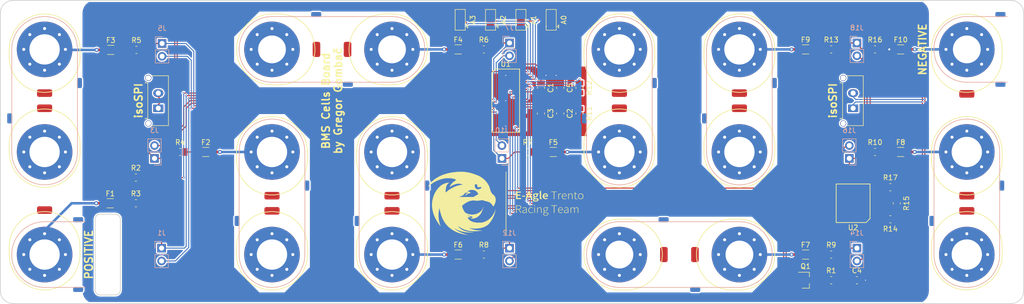
<source format=kicad_pcb>
(kicad_pcb (version 20171130) (host pcbnew "(5.0.0-rc2-dev-632-g76d3b6f04)")
  (layers (0 F.Cu signal) (31 B.Cu signal) (34 B.Paste user) (35 F.Paste user) (36 B.SilkS user) (37 F.SilkS user) (38 B.Mask user) (39 F.Mask user) (44 Edge.Cuts user))
  (net 0 "")
  (net 1 /V+)
  (net 2 /VRef1)
  (net 3 /VRef2)
  (net 4 "Net-(C4-Pad1)")
  (net 5 /Vreg)
  (net 6 "Net-(C6-Pad2)")
  (net 7 /0V)
  (net 8 "Net-(F1-Pad1)")
  (net 9 /CB9)
  (net 10 /CB8)
  (net 11 "Net-(F2-Pad1)")
  (net 12 "Net-(F3-Pad1)")
  (net 13 /CB7)
  (net 14 /CB6)
  (net 15 "Net-(F4-Pad1)")
  (net 16 "Net-(F5-Pad1)")
  (net 17 /CB5)
  (net 18 /CB4)
  (net 19 "Net-(F6-Pad1)")
  (net 20 "Net-(F7-Pad1)")
  (net 21 /CB3)
  (net 22 /CB2)
  (net 23 "Net-(F8-Pad1)")
  (net 24 "Net-(F9-Pad1)")
  (net 25 /CB1)
  (net 26 "Net-(F10-Pad1)")
  (net 27 /C9)
  (net 28 /S9)
  (net 29 /S8)
  (net 30 /C8)
  (net 31 /C7)
  (net 32 /S7)
  (net 33 /S6)
  (net 34 /C6)
  (net 35 /S5)
  (net 36 /S4)
  (net 37 /S3)
  (net 38 /S2)
  (net 39 /S1)
  (net 40 /C5)
  (net 41 /C4)
  (net 42 /C3)
  (net 43 /C2)
  (net 44 /C1)
  (net 45 "Net-(J21-Pad2)")
  (net 46 "Net-(J21-Pad1)")
  (net 47 /A3)
  (net 48 /A2)
  (net 49 /A1)
  (net 50 /A0)
  (net 51 /drive)
  (net 52 "Net-(R11-Pad1)")
  (net 53 "Net-(R12-Pad1)")
  (net 54 "Net-(R14-Pad1)")
  (net 55 /C0)
  (net 56 "Net-(R17-Pad1)")
  (net 57 "Net-(U1-Pad41)")
  (net 58 "Net-(U1-Pad42)")
  (module CellsBoard:CellLong (layer F.Cu) (at 115.625 99.7)
    (fp_text reference J8 hide)
    (fp_text value Cell6 hide)
    (pad "" thru_hole circle (at -11.875 0) (size 11 11) (drill 5.5) (layers *.Cu *.Mask))
    (pad "" thru_hole circle (at -7.75 0) (size 0.9 0.9) (drill 0.6) (layers *.Cu *.Mask))
    (pad "" thru_hole circle (at -8.948185 2.926815) (size 0.9 0.9) (drill 0.6) (layers *.Cu *.Mask))
    (pad "" thru_hole circle (at -11.875 4.125) (size 0.9 0.9) (drill 0.6) (layers *.Cu *.Mask))
    (pad "" thru_hole circle (at -14.801815 2.926815) (size 0.9 0.9) (drill 0.6) (layers *.Cu *.Mask))
    (pad "" thru_hole circle (at -16 0) (size 0.9 0.9) (drill 0.6) (layers *.Cu *.Mask))
    (pad "" thru_hole circle (at -14.801815 -2.926815) (size 0.9 0.9) (drill 0.6) (layers *.Cu *.Mask))
    (pad "" thru_hole circle (at -11.875 -4.125) (size 0.9 0.9) (drill 0.6) (layers *.Cu *.Mask))
    (pad "" thru_hole circle (at -8.948185 -2.926815) (size 0.9 0.9) (drill 0.6) (layers *.Cu *.Mask))
    (pad 1 thru_hole circle (at 16 0) (size 0.9 0.9) (drill 0.6) (layers *.Cu *.Mask) (net 15 "Net-(F4-Pad1)"))
    (pad 1 thru_hole circle (at 7.75 0) (size 0.9 0.9) (drill 0.6) (layers *.Cu *.Mask) (net 15 "Net-(F4-Pad1)"))
    (pad 1 thru_hole circle (at 11.875 4.125) (size 0.9 0.9) (drill 0.6) (layers *.Cu *.Mask) (net 15 "Net-(F4-Pad1)"))
    (pad 1 thru_hole circle (at 8.948185 -2.926815) (size 0.9 0.9) (drill 0.6) (layers *.Cu *.Mask) (net 15 "Net-(F4-Pad1)"))
    (pad 1 thru_hole circle (at 14.801815 -2.926815) (size 0.9 0.9) (drill 0.6) (layers *.Cu *.Mask) (net 15 "Net-(F4-Pad1)"))
    (pad 1 thru_hole circle (at 14.801815 2.926815) (size 0.9 0.9) (drill 0.6) (layers *.Cu *.Mask) (net 15 "Net-(F4-Pad1)"))
    (pad 1 thru_hole circle (at 11.875 -4.125) (size 0.9 0.9) (drill 0.6) (layers *.Cu *.Mask) (net 15 "Net-(F4-Pad1)"))
    (pad 1 thru_hole circle (at 8.948185 2.926815) (size 0.9 0.9) (drill 0.6) (layers *.Cu *.Mask) (net 15 "Net-(F4-Pad1)"))
    (pad 1 thru_hole circle (at 11.875 0) (size 11 11) (drill 5.5) (layers *.Cu *.Mask) (net 15 "Net-(F4-Pad1)"))
    (pad "" smd roundrect (at -3.125 -6.9) (size 2 1) (layers B.Cu B.Mask))
    (pad "" smd roundrect (at 3.125 6.9) (size 2 1) (layers B.Cu B.Mask))
    (pad "" smd roundrect (at 3.075 0 90) (size 3 1.5) (layers F.Cu F.Mask))
    (pad "" smd roundrect (at -3.075 0 90) (size 3 1.5) (layers F.Cu F.Mask))
  )
  (module CellsBoard:CellLong (layer F.Cu) (at 184.375 140.3)
    (fp_text reference J15 hide)
    (fp_text value Cell3 hide)
    (pad "" thru_hole circle (at -11.875 0) (size 11 11) (drill 5.5) (layers *.Cu *.Mask))
    (pad "" thru_hole circle (at -7.75 0) (size 0.9 0.9) (drill 0.6) (layers *.Cu *.Mask))
    (pad "" thru_hole circle (at -8.948185 2.926815) (size 0.9 0.9) (drill 0.6) (layers *.Cu *.Mask))
    (pad "" thru_hole circle (at -11.875 4.125) (size 0.9 0.9) (drill 0.6) (layers *.Cu *.Mask))
    (pad "" thru_hole circle (at -14.801815 2.926815) (size 0.9 0.9) (drill 0.6) (layers *.Cu *.Mask))
    (pad "" thru_hole circle (at -16 0) (size 0.9 0.9) (drill 0.6) (layers *.Cu *.Mask))
    (pad "" thru_hole circle (at -14.801815 -2.926815) (size 0.9 0.9) (drill 0.6) (layers *.Cu *.Mask))
    (pad "" thru_hole circle (at -11.875 -4.125) (size 0.9 0.9) (drill 0.6) (layers *.Cu *.Mask))
    (pad "" thru_hole circle (at -8.948185 -2.926815) (size 0.9 0.9) (drill 0.6) (layers *.Cu *.Mask))
    (pad 1 thru_hole circle (at 16 0) (size 0.9 0.9) (drill 0.6) (layers *.Cu *.Mask) (net 20 "Net-(F7-Pad1)"))
    (pad 1 thru_hole circle (at 7.75 0) (size 0.9 0.9) (drill 0.6) (layers *.Cu *.Mask) (net 20 "Net-(F7-Pad1)"))
    (pad 1 thru_hole circle (at 11.875 4.125) (size 0.9 0.9) (drill 0.6) (layers *.Cu *.Mask) (net 20 "Net-(F7-Pad1)"))
    (pad 1 thru_hole circle (at 8.948185 -2.926815) (size 0.9 0.9) (drill 0.6) (layers *.Cu *.Mask) (net 20 "Net-(F7-Pad1)"))
    (pad 1 thru_hole circle (at 14.801815 -2.926815) (size 0.9 0.9) (drill 0.6) (layers *.Cu *.Mask) (net 20 "Net-(F7-Pad1)"))
    (pad 1 thru_hole circle (at 14.801815 2.926815) (size 0.9 0.9) (drill 0.6) (layers *.Cu *.Mask) (net 20 "Net-(F7-Pad1)"))
    (pad 1 thru_hole circle (at 11.875 -4.125) (size 0.9 0.9) (drill 0.6) (layers *.Cu *.Mask) (net 20 "Net-(F7-Pad1)"))
    (pad 1 thru_hole circle (at 8.948185 2.926815) (size 0.9 0.9) (drill 0.6) (layers *.Cu *.Mask) (net 20 "Net-(F7-Pad1)"))
    (pad 1 thru_hole circle (at 11.875 0) (size 11 11) (drill 5.5) (layers *.Cu *.Mask) (net 20 "Net-(F7-Pad1)"))
    (pad "" smd roundrect (at -3.125 -6.9) (size 2 1) (layers B.Cu B.Mask))
    (pad "" smd roundrect (at 3.125 6.9) (size 2 1) (layers B.Cu B.Mask))
    (pad "" smd roundrect (at 3.075 0 90) (size 3 1.5) (layers F.Cu F.Mask))
    (pad "" smd roundrect (at -3.075 0 90) (size 3 1.5) (layers F.Cu F.Mask))
  )
  (module CellsBoard:CellShort (layer F.Cu) (at 103.75 130.15 270)
    (fp_text reference J4 hide)
    (fp_text value Cell8 hide)
    (pad 1 thru_hole circle (at -10.15 0 270) (size 11 11) (drill 6) (layers *.Cu *.Mask) (net 11 "Net-(F2-Pad1)"))
    (pad 1 thru_hole circle (at -6.025 0 270) (size 0.9 0.9) (drill 0.6) (layers *.Cu *.Mask) (net 11 "Net-(F2-Pad1)"))
    (pad 1 thru_hole circle (at -7.223185 2.926815 270) (size 0.9 0.9) (drill 0.6) (layers *.Cu *.Mask) (net 11 "Net-(F2-Pad1)"))
    (pad 1 thru_hole circle (at -10.15 4.125 270) (size 0.9 0.9) (drill 0.6) (layers *.Cu *.Mask) (net 11 "Net-(F2-Pad1)"))
    (pad 1 thru_hole circle (at -13.076815 2.926815 270) (size 0.9 0.9) (drill 0.6) (layers *.Cu *.Mask) (net 11 "Net-(F2-Pad1)"))
    (pad 1 thru_hole circle (at -14.275 0 270) (size 0.9 0.9) (drill 0.6) (layers *.Cu *.Mask) (net 11 "Net-(F2-Pad1)"))
    (pad 1 thru_hole circle (at -13.076815 -2.926815 270) (size 0.9 0.9) (drill 0.6) (layers *.Cu *.Mask) (net 11 "Net-(F2-Pad1)"))
    (pad 1 thru_hole circle (at -10.15 -4.125 270) (size 0.9 0.9) (drill 0.6) (layers *.Cu *.Mask) (net 11 "Net-(F2-Pad1)"))
    (pad 1 thru_hole circle (at -7.223185 -2.926815 270) (size 0.9 0.9) (drill 0.6) (layers *.Cu *.Mask) (net 11 "Net-(F2-Pad1)"))
    (pad "" thru_hole circle (at 14.275 0 270) (size 0.9 0.9) (drill 0.6) (layers *.Cu *.Mask))
    (pad "" thru_hole circle (at 6.025 0 270) (size 0.9 0.9) (drill 0.6) (layers *.Cu *.Mask))
    (pad "" thru_hole circle (at 10.15 4.125 270) (size 0.9 0.9) (drill 0.6) (layers *.Cu *.Mask))
    (pad "" thru_hole circle (at 7.223185 -2.926815 270) (size 0.9 0.9) (drill 0.6) (layers *.Cu *.Mask))
    (pad "" thru_hole circle (at 13.076815 -2.926815 270) (size 0.9 0.9) (drill 0.6) (layers *.Cu *.Mask))
    (pad "" thru_hole circle (at 13.076815 2.926815 270) (size 0.9 0.9) (drill 0.6) (layers *.Cu *.Mask))
    (pad "" thru_hole circle (at 10.15 -4.125 270) (size 0.9 0.9) (drill 0.6) (layers *.Cu *.Mask))
    (pad "" thru_hole circle (at 7.223185 2.926815 270) (size 0.9 0.9) (drill 0.6) (layers *.Cu *.Mask))
    (pad "" thru_hole circle (at 10.15 0 270) (size 11 11) (drill 6) (layers *.Cu *.Mask))
    (pad "" smd roundrect (at -3.5 -6.9 270) (size 2 1) (layers B.Cu B.Mask))
    (pad "" smd roundrect (at 3.5 6.9 270) (size 2 1) (layers B.Cu B.Mask))
    (pad "" smd roundrect (at 1.5 0) (size 3 1.5) (layers F.Cu F.Mask))
    (pad "" smd roundrect (at -1.5 0) (size 3 1.5) (layers F.Cu F.Mask))
  )
  (module CellsBoard:CellShort (layer F.Cu) (at 58.75 109.85 270)
    (fp_text reference J6 hide)
    (fp_text value Cell7 hide)
    (pad 1 thru_hole circle (at -10.15 0 270) (size 11 11) (drill 6) (layers *.Cu *.Mask) (net 12 "Net-(F3-Pad1)"))
    (pad 1 thru_hole circle (at -6.025 0 270) (size 0.9 0.9) (drill 0.6) (layers *.Cu *.Mask) (net 12 "Net-(F3-Pad1)"))
    (pad 1 thru_hole circle (at -7.223185 2.926815 270) (size 0.9 0.9) (drill 0.6) (layers *.Cu *.Mask) (net 12 "Net-(F3-Pad1)"))
    (pad 1 thru_hole circle (at -10.15 4.125 270) (size 0.9 0.9) (drill 0.6) (layers *.Cu *.Mask) (net 12 "Net-(F3-Pad1)"))
    (pad 1 thru_hole circle (at -13.076815 2.926815 270) (size 0.9 0.9) (drill 0.6) (layers *.Cu *.Mask) (net 12 "Net-(F3-Pad1)"))
    (pad 1 thru_hole circle (at -14.275 0 270) (size 0.9 0.9) (drill 0.6) (layers *.Cu *.Mask) (net 12 "Net-(F3-Pad1)"))
    (pad 1 thru_hole circle (at -13.076815 -2.926815 270) (size 0.9 0.9) (drill 0.6) (layers *.Cu *.Mask) (net 12 "Net-(F3-Pad1)"))
    (pad 1 thru_hole circle (at -10.15 -4.125 270) (size 0.9 0.9) (drill 0.6) (layers *.Cu *.Mask) (net 12 "Net-(F3-Pad1)"))
    (pad 1 thru_hole circle (at -7.223185 -2.926815 270) (size 0.9 0.9) (drill 0.6) (layers *.Cu *.Mask) (net 12 "Net-(F3-Pad1)"))
    (pad "" thru_hole circle (at 14.275 0 270) (size 0.9 0.9) (drill 0.6) (layers *.Cu *.Mask))
    (pad "" thru_hole circle (at 6.025 0 270) (size 0.9 0.9) (drill 0.6) (layers *.Cu *.Mask))
    (pad "" thru_hole circle (at 10.15 4.125 270) (size 0.9 0.9) (drill 0.6) (layers *.Cu *.Mask))
    (pad "" thru_hole circle (at 7.223185 -2.926815 270) (size 0.9 0.9) (drill 0.6) (layers *.Cu *.Mask))
    (pad "" thru_hole circle (at 13.076815 -2.926815 270) (size 0.9 0.9) (drill 0.6) (layers *.Cu *.Mask))
    (pad "" thru_hole circle (at 13.076815 2.926815 270) (size 0.9 0.9) (drill 0.6) (layers *.Cu *.Mask))
    (pad "" thru_hole circle (at 10.15 -4.125 270) (size 0.9 0.9) (drill 0.6) (layers *.Cu *.Mask))
    (pad "" thru_hole circle (at 7.223185 2.926815 270) (size 0.9 0.9) (drill 0.6) (layers *.Cu *.Mask))
    (pad "" thru_hole circle (at 10.15 0 270) (size 11 11) (drill 6) (layers *.Cu *.Mask))
    (pad "" smd roundrect (at -3.5 -6.9 270) (size 2 1) (layers B.Cu B.Mask))
    (pad "" smd roundrect (at 3.5 6.9 270) (size 2 1) (layers B.Cu B.Mask))
    (pad "" smd roundrect (at 1.5 0) (size 3 1.5) (layers F.Cu F.Mask))
    (pad "" smd roundrect (at -1.5 0) (size 3 1.5) (layers F.Cu F.Mask))
  )
  (module CellsBoard:CellShort (layer F.Cu) (at 172.5 109.85 90)
    (fp_text reference J11 hide)
    (fp_text value Cell5 hide)
    (pad 1 thru_hole circle (at -10.15 0 90) (size 11 11) (drill 6) (layers *.Cu *.Mask) (net 16 "Net-(F5-Pad1)"))
    (pad 1 thru_hole circle (at -6.025 0 90) (size 0.9 0.9) (drill 0.6) (layers *.Cu *.Mask) (net 16 "Net-(F5-Pad1)"))
    (pad 1 thru_hole circle (at -7.223185 2.926815 90) (size 0.9 0.9) (drill 0.6) (layers *.Cu *.Mask) (net 16 "Net-(F5-Pad1)"))
    (pad 1 thru_hole circle (at -10.15 4.125 90) (size 0.9 0.9) (drill 0.6) (layers *.Cu *.Mask) (net 16 "Net-(F5-Pad1)"))
    (pad 1 thru_hole circle (at -13.076815 2.926815 90) (size 0.9 0.9) (drill 0.6) (layers *.Cu *.Mask) (net 16 "Net-(F5-Pad1)"))
    (pad 1 thru_hole circle (at -14.275 0 90) (size 0.9 0.9) (drill 0.6) (layers *.Cu *.Mask) (net 16 "Net-(F5-Pad1)"))
    (pad 1 thru_hole circle (at -13.076815 -2.926815 90) (size 0.9 0.9) (drill 0.6) (layers *.Cu *.Mask) (net 16 "Net-(F5-Pad1)"))
    (pad 1 thru_hole circle (at -10.15 -4.125 90) (size 0.9 0.9) (drill 0.6) (layers *.Cu *.Mask) (net 16 "Net-(F5-Pad1)"))
    (pad 1 thru_hole circle (at -7.223185 -2.926815 90) (size 0.9 0.9) (drill 0.6) (layers *.Cu *.Mask) (net 16 "Net-(F5-Pad1)"))
    (pad "" thru_hole circle (at 14.275 0 90) (size 0.9 0.9) (drill 0.6) (layers *.Cu *.Mask))
    (pad "" thru_hole circle (at 6.025 0 90) (size 0.9 0.9) (drill 0.6) (layers *.Cu *.Mask))
    (pad "" thru_hole circle (at 10.15 4.125 90) (size 0.9 0.9) (drill 0.6) (layers *.Cu *.Mask))
    (pad "" thru_hole circle (at 7.223185 -2.926815 90) (size 0.9 0.9) (drill 0.6) (layers *.Cu *.Mask))
    (pad "" thru_hole circle (at 13.076815 -2.926815 90) (size 0.9 0.9) (drill 0.6) (layers *.Cu *.Mask))
    (pad "" thru_hole circle (at 13.076815 2.926815 90) (size 0.9 0.9) (drill 0.6) (layers *.Cu *.Mask))
    (pad "" thru_hole circle (at 10.15 -4.125 90) (size 0.9 0.9) (drill 0.6) (layers *.Cu *.Mask))
    (pad "" thru_hole circle (at 7.223185 2.926815 90) (size 0.9 0.9) (drill 0.6) (layers *.Cu *.Mask))
    (pad "" thru_hole circle (at 10.15 0 90) (size 11 11) (drill 6) (layers *.Cu *.Mask))
    (pad "" smd roundrect (at -3.5 -6.9 90) (size 2 1) (layers B.Cu B.Mask))
    (pad "" smd roundrect (at 3.5 6.9 90) (size 2 1) (layers B.Cu B.Mask))
    (pad "" smd roundrect (at 1.5 0 180) (size 3 1.5) (layers F.Cu F.Mask))
    (pad "" smd roundrect (at -1.5 0 180) (size 3 1.5) (layers F.Cu F.Mask))
  )
  (module CellsBoard:CellShort (layer F.Cu) (at 127.5 130.15 90)
    (fp_text reference J13 hide)
    (fp_text value Cell4 hide)
    (pad 1 thru_hole circle (at -10.15 0 90) (size 11 11) (drill 6) (layers *.Cu *.Mask) (net 19 "Net-(F6-Pad1)"))
    (pad 1 thru_hole circle (at -6.025 0 90) (size 0.9 0.9) (drill 0.6) (layers *.Cu *.Mask) (net 19 "Net-(F6-Pad1)"))
    (pad 1 thru_hole circle (at -7.223185 2.926815 90) (size 0.9 0.9) (drill 0.6) (layers *.Cu *.Mask) (net 19 "Net-(F6-Pad1)"))
    (pad 1 thru_hole circle (at -10.15 4.125 90) (size 0.9 0.9) (drill 0.6) (layers *.Cu *.Mask) (net 19 "Net-(F6-Pad1)"))
    (pad 1 thru_hole circle (at -13.076815 2.926815 90) (size 0.9 0.9) (drill 0.6) (layers *.Cu *.Mask) (net 19 "Net-(F6-Pad1)"))
    (pad 1 thru_hole circle (at -14.275 0 90) (size 0.9 0.9) (drill 0.6) (layers *.Cu *.Mask) (net 19 "Net-(F6-Pad1)"))
    (pad 1 thru_hole circle (at -13.076815 -2.926815 90) (size 0.9 0.9) (drill 0.6) (layers *.Cu *.Mask) (net 19 "Net-(F6-Pad1)"))
    (pad 1 thru_hole circle (at -10.15 -4.125 90) (size 0.9 0.9) (drill 0.6) (layers *.Cu *.Mask) (net 19 "Net-(F6-Pad1)"))
    (pad 1 thru_hole circle (at -7.223185 -2.926815 90) (size 0.9 0.9) (drill 0.6) (layers *.Cu *.Mask) (net 19 "Net-(F6-Pad1)"))
    (pad "" thru_hole circle (at 14.275 0 90) (size 0.9 0.9) (drill 0.6) (layers *.Cu *.Mask))
    (pad "" thru_hole circle (at 6.025 0 90) (size 0.9 0.9) (drill 0.6) (layers *.Cu *.Mask))
    (pad "" thru_hole circle (at 10.15 4.125 90) (size 0.9 0.9) (drill 0.6) (layers *.Cu *.Mask))
    (pad "" thru_hole circle (at 7.223185 -2.926815 90) (size 0.9 0.9) (drill 0.6) (layers *.Cu *.Mask))
    (pad "" thru_hole circle (at 13.076815 -2.926815 90) (size 0.9 0.9) (drill 0.6) (layers *.Cu *.Mask))
    (pad "" thru_hole circle (at 13.076815 2.926815 90) (size 0.9 0.9) (drill 0.6) (layers *.Cu *.Mask))
    (pad "" thru_hole circle (at 10.15 -4.125 90) (size 0.9 0.9) (drill 0.6) (layers *.Cu *.Mask))
    (pad "" thru_hole circle (at 7.223185 2.926815 90) (size 0.9 0.9) (drill 0.6) (layers *.Cu *.Mask))
    (pad "" thru_hole circle (at 10.15 0 90) (size 11 11) (drill 6) (layers *.Cu *.Mask))
    (pad "" smd roundrect (at -3.5 -6.9 90) (size 2 1) (layers B.Cu B.Mask))
    (pad "" smd roundrect (at 3.5 6.9 90) (size 2 1) (layers B.Cu B.Mask))
    (pad "" smd roundrect (at 1.5 0 180) (size 3 1.5) (layers F.Cu F.Mask))
    (pad "" smd roundrect (at -1.5 0 180) (size 3 1.5) (layers F.Cu F.Mask))
  )
  (module CellsBoard:CellShort (layer F.Cu) (at 241.25 130.15 270)
    (fp_text reference J17 hide)
    (fp_text value Cell2 hide)
    (pad 1 thru_hole circle (at -10.15 0 270) (size 11 11) (drill 6) (layers *.Cu *.Mask) (net 23 "Net-(F8-Pad1)"))
    (pad 1 thru_hole circle (at -6.025 0 270) (size 0.9 0.9) (drill 0.6) (layers *.Cu *.Mask) (net 23 "Net-(F8-Pad1)"))
    (pad 1 thru_hole circle (at -7.223185 2.926815 270) (size 0.9 0.9) (drill 0.6) (layers *.Cu *.Mask) (net 23 "Net-(F8-Pad1)"))
    (pad 1 thru_hole circle (at -10.15 4.125 270) (size 0.9 0.9) (drill 0.6) (layers *.Cu *.Mask) (net 23 "Net-(F8-Pad1)"))
    (pad 1 thru_hole circle (at -13.076815 2.926815 270) (size 0.9 0.9) (drill 0.6) (layers *.Cu *.Mask) (net 23 "Net-(F8-Pad1)"))
    (pad 1 thru_hole circle (at -14.275 0 270) (size 0.9 0.9) (drill 0.6) (layers *.Cu *.Mask) (net 23 "Net-(F8-Pad1)"))
    (pad 1 thru_hole circle (at -13.076815 -2.926815 270) (size 0.9 0.9) (drill 0.6) (layers *.Cu *.Mask) (net 23 "Net-(F8-Pad1)"))
    (pad 1 thru_hole circle (at -10.15 -4.125 270) (size 0.9 0.9) (drill 0.6) (layers *.Cu *.Mask) (net 23 "Net-(F8-Pad1)"))
    (pad 1 thru_hole circle (at -7.223185 -2.926815 270) (size 0.9 0.9) (drill 0.6) (layers *.Cu *.Mask) (net 23 "Net-(F8-Pad1)"))
    (pad "" thru_hole circle (at 14.275 0 270) (size 0.9 0.9) (drill 0.6) (layers *.Cu *.Mask))
    (pad "" thru_hole circle (at 6.025 0 270) (size 0.9 0.9) (drill 0.6) (layers *.Cu *.Mask))
    (pad "" thru_hole circle (at 10.15 4.125 270) (size 0.9 0.9) (drill 0.6) (layers *.Cu *.Mask))
    (pad "" thru_hole circle (at 7.223185 -2.926815 270) (size 0.9 0.9) (drill 0.6) (layers *.Cu *.Mask))
    (pad "" thru_hole circle (at 13.076815 -2.926815 270) (size 0.9 0.9) (drill 0.6) (layers *.Cu *.Mask))
    (pad "" thru_hole circle (at 13.076815 2.926815 270) (size 0.9 0.9) (drill 0.6) (layers *.Cu *.Mask))
    (pad "" thru_hole circle (at 10.15 -4.125 270) (size 0.9 0.9) (drill 0.6) (layers *.Cu *.Mask))
    (pad "" thru_hole circle (at 7.223185 2.926815 270) (size 0.9 0.9) (drill 0.6) (layers *.Cu *.Mask))
    (pad "" thru_hole circle (at 10.15 0 270) (size 11 11) (drill 6) (layers *.Cu *.Mask))
    (pad "" smd roundrect (at -3.5 -6.9 270) (size 2 1) (layers B.Cu B.Mask))
    (pad "" smd roundrect (at 3.5 6.9 270) (size 2 1) (layers B.Cu B.Mask))
    (pad "" smd roundrect (at 1.5 0) (size 3 1.5) (layers F.Cu F.Mask))
    (pad "" smd roundrect (at -1.5 0) (size 3 1.5) (layers F.Cu F.Mask))
  )
  (module CellsBoard:CellShort (layer F.Cu) (at 196.25 109.85 270)
    (fp_text reference J19 hide)
    (fp_text value Cell1 hide)
    (pad 1 thru_hole circle (at -10.15 0 270) (size 11 11) (drill 6) (layers *.Cu *.Mask) (net 24 "Net-(F9-Pad1)"))
    (pad 1 thru_hole circle (at -6.025 0 270) (size 0.9 0.9) (drill 0.6) (layers *.Cu *.Mask) (net 24 "Net-(F9-Pad1)"))
    (pad 1 thru_hole circle (at -7.223185 2.926815 270) (size 0.9 0.9) (drill 0.6) (layers *.Cu *.Mask) (net 24 "Net-(F9-Pad1)"))
    (pad 1 thru_hole circle (at -10.15 4.125 270) (size 0.9 0.9) (drill 0.6) (layers *.Cu *.Mask) (net 24 "Net-(F9-Pad1)"))
    (pad 1 thru_hole circle (at -13.076815 2.926815 270) (size 0.9 0.9) (drill 0.6) (layers *.Cu *.Mask) (net 24 "Net-(F9-Pad1)"))
    (pad 1 thru_hole circle (at -14.275 0 270) (size 0.9 0.9) (drill 0.6) (layers *.Cu *.Mask) (net 24 "Net-(F9-Pad1)"))
    (pad 1 thru_hole circle (at -13.076815 -2.926815 270) (size 0.9 0.9) (drill 0.6) (layers *.Cu *.Mask) (net 24 "Net-(F9-Pad1)"))
    (pad 1 thru_hole circle (at -10.15 -4.125 270) (size 0.9 0.9) (drill 0.6) (layers *.Cu *.Mask) (net 24 "Net-(F9-Pad1)"))
    (pad 1 thru_hole circle (at -7.223185 -2.926815 270) (size 0.9 0.9) (drill 0.6) (layers *.Cu *.Mask) (net 24 "Net-(F9-Pad1)"))
    (pad "" thru_hole circle (at 14.275 0 270) (size 0.9 0.9) (drill 0.6) (layers *.Cu *.Mask))
    (pad "" thru_hole circle (at 6.025 0 270) (size 0.9 0.9) (drill 0.6) (layers *.Cu *.Mask))
    (pad "" thru_hole circle (at 10.15 4.125 270) (size 0.9 0.9) (drill 0.6) (layers *.Cu *.Mask))
    (pad "" thru_hole circle (at 7.223185 -2.926815 270) (size 0.9 0.9) (drill 0.6) (layers *.Cu *.Mask))
    (pad "" thru_hole circle (at 13.076815 -2.926815 270) (size 0.9 0.9) (drill 0.6) (layers *.Cu *.Mask))
    (pad "" thru_hole circle (at 13.076815 2.926815 270) (size 0.9 0.9) (drill 0.6) (layers *.Cu *.Mask))
    (pad "" thru_hole circle (at 10.15 -4.125 270) (size 0.9 0.9) (drill 0.6) (layers *.Cu *.Mask))
    (pad "" thru_hole circle (at 7.223185 2.926815 270) (size 0.9 0.9) (drill 0.6) (layers *.Cu *.Mask))
    (pad "" thru_hole circle (at 10.15 0 270) (size 11 11) (drill 6) (layers *.Cu *.Mask))
    (pad "" smd roundrect (at -3.5 -6.9 270) (size 2 1) (layers B.Cu B.Mask))
    (pad "" smd roundrect (at 3.5 6.9 270) (size 2 1) (layers B.Cu B.Mask))
    (pad "" smd roundrect (at 1.5 0) (size 3 1.5) (layers F.Cu F.Mask))
    (pad "" smd roundrect (at -1.5 0) (size 3 1.5) (layers F.Cu F.Mask))
  )
  (module CellsBoard:CellEndS (layer F.Cu) (at 58.75 140.3 270)
    (fp_text reference J2 hide)
    (fp_text value Cell9 hide)
    (pad "" smd roundrect (at -8.8 0) (size 3 1.5) (layers F.Cu F.Mask))
    (pad "" smd roundrect (at -6.9 -6.65) (size 2 1) (layers B.Cu B.Mask))
    (pad "" smd roundrect (at 6.9 -6.65) (size 2 1) (layers B.Cu B.Mask))
    (pad 1 thru_hole circle (at 2.926815 -2.926815 270) (size 0.9 0.9) (drill 0.6) (layers *.Cu *.Mask) (net 8 "Net-(F1-Pad1)"))
    (pad 1 thru_hole circle (at 0 -4.125 270) (size 0.9 0.9) (drill 0.6) (layers *.Cu *.Mask) (net 8 "Net-(F1-Pad1)"))
    (pad 1 thru_hole circle (at -2.926815 -2.926815 270) (size 0.9 0.9) (drill 0.6) (layers *.Cu *.Mask) (net 8 "Net-(F1-Pad1)"))
    (pad 1 thru_hole circle (at -4.125 0 270) (size 0.9 0.9) (drill 0.6) (layers *.Cu *.Mask) (net 8 "Net-(F1-Pad1)"))
    (pad 1 thru_hole circle (at -2.926815 2.926815 270) (size 0.9 0.9) (drill 0.6) (layers *.Cu *.Mask) (net 8 "Net-(F1-Pad1)"))
    (pad 1 thru_hole circle (at 0 4.125 270) (size 0.9 0.9) (drill 0.6) (layers *.Cu *.Mask) (net 8 "Net-(F1-Pad1)"))
    (pad 1 thru_hole circle (at 2.926815 2.926815 270) (size 0.9 0.9) (drill 0.6) (layers *.Cu *.Mask) (net 8 "Net-(F1-Pad1)"))
    (pad 1 thru_hole circle (at 4.125 0 270) (size 0.9 0.9) (drill 0.6) (layers *.Cu *.Mask) (net 8 "Net-(F1-Pad1)"))
    (pad 1 thru_hole circle (at 0 0 270) (size 11 11) (drill 6) (layers *.Cu *.Mask) (net 8 "Net-(F1-Pad1)"))
  )
  (module CellsBoard:Molex_Micro-Fit_3.0_43650-0215_1x02_P3.00mm_Vertical (layer F.Cu) (at 81.25 111.35 90)
    (fp_text reference J21 hide)
    (fp_text value isoSPI)
    (pad 2 thru_hole oval (at 3 0 90) (size 1.5 2) (drill 1) (layers *.Cu *.Mask) (net 45 "Net-(J21-Pad2)"))
    (pad 1 thru_hole rect (at 0 0 90) (size 1.5 2) (drill 1) (layers *.Cu *.Mask) (net 46 "Net-(J21-Pad1)"))
    (pad "" thru_hole circle (at 6 -1.96 90) (size 1.2 1.2) (drill 1) (layers *.Cu *.Mask))
    (pad "" thru_hole circle (at -3 -1.96 90) (size 1.2 1.2) (drill 1) (layers *.Cu *.Mask))
  )
  (module CellsBoard:Molex_Micro-Fit_3.0_43650-0215_1x02_P3.00mm_Vertical (layer F.Cu) (at 218.75 111.35 90)
    (fp_text reference J22 hide)
    (fp_text value isoSPI)
    (pad 2 thru_hole oval (at 3 0 90) (size 1.5 2) (drill 1) (layers *.Cu *.Mask) (net 45 "Net-(J21-Pad2)"))
    (pad 1 thru_hole rect (at 0 0 90) (size 1.5 2) (drill 1) (layers *.Cu *.Mask) (net 46 "Net-(J21-Pad1)"))
    (pad "" thru_hole circle (at 6 -1.96 90) (size 1.2 1.2) (drill 1) (layers *.Cu *.Mask))
    (pad "" thru_hole circle (at -3 -1.96 90) (size 1.2 1.2) (drill 1) (layers *.Cu *.Mask))
  )
  (module CellsBoard:logo (layer F.Cu) (at 150 130.15)
    (fp_text reference G*** hide)
    (fp_text value LOGO hide)
  )
  (module CellsBoard:SSOP-48 (layer F.Cu) (at 150 109.85 270)
    (fp_text reference U1 (at -7.25 0) (layer F.SilkS))
    (fp_text value LTC6804)
    (pad 48 smd rect (at -5.75 -3.375 270) (size 0.25 1.25) (layers F.Cu F.Paste F.Mask) (net 47 /A3))
    (pad 1 smd rect (at -5.75 3.375 270) (size 0.25 1.25) (layers F.Cu F.Paste F.Mask) (net 1 /V+))
    (pad 47 smd rect (at -5.25 -3.375 270) (size 0.25 1.25) (layers F.Cu F.Paste F.Mask) (net 48 /A2))
    (pad 2 smd rect (at -5.25 3.375 270) (size 0.25 1.25) (layers F.Cu F.Paste F.Mask) (net 27 /C9))
    (pad 46 smd rect (at -4.75 -3.375 270) (size 0.25 1.25) (layers F.Cu F.Paste F.Mask) (net 49 /A1))
    (pad 3 smd rect (at -4.75 3.375 270) (size 0.25 1.25) (layers F.Cu F.Paste F.Mask))
    (pad 45 smd rect (at -4.25 -3.375 270) (size 0.25 1.25) (layers F.Cu F.Paste F.Mask) (net 50 /A0))
    (pad 4 smd rect (at -4.25 3.375 270) (size 0.25 1.25) (layers F.Cu F.Paste F.Mask) (net 27 /C9))
    (pad 44 smd rect (at -3.75 -3.375 270) (size 0.25 1.25) (layers F.Cu F.Paste F.Mask) (net 53 "Net-(R12-Pad1)"))
    (pad 5 smd rect (at -3.75 3.375 270) (size 0.25 1.25) (layers F.Cu F.Paste F.Mask))
    (pad 43 smd rect (at -3.25 -3.375 270) (size 0.25 1.25) (layers F.Cu F.Paste F.Mask) (net 52 "Net-(R11-Pad1)"))
    (pad 6 smd rect (at -3.25 3.375 270) (size 0.25 1.25) (layers F.Cu F.Paste F.Mask) (net 27 /C9))
    (pad 42 smd rect (at -2.75 -3.375 270) (size 0.25 1.25) (layers F.Cu F.Paste F.Mask) (net 58 "Net-(U1-Pad42)"))
    (pad 7 smd rect (at -2.75 3.375 270) (size 0.25 1.25) (layers F.Cu F.Paste F.Mask) (net 28 /S9))
    (pad 41 smd rect (at -2.25 -3.375 270) (size 0.25 1.25) (layers F.Cu F.Paste F.Mask) (net 57 "Net-(U1-Pad41)"))
    (pad 8 smd rect (at -2.25 3.375 270) (size 0.25 1.25) (layers F.Cu F.Paste F.Mask) (net 30 /C8))
    (pad 40 smd rect (at -1.75 -3.375 270) (size 0.25 1.25) (layers F.Cu F.Paste F.Mask) (net 5 /Vreg))
    (pad 9 smd rect (at -1.75 3.375 270) (size 0.25 1.25) (layers F.Cu F.Paste F.Mask) (net 29 /S8))
    (pad 39 smd rect (at -1.25 -3.375 270) (size 0.25 1.25) (layers F.Cu F.Paste F.Mask))
    (pad 10 smd rect (at -1.25 3.375 270) (size 0.25 1.25) (layers F.Cu F.Paste F.Mask) (net 31 /C7))
    (pad 38 smd rect (at -0.75 -3.375 270) (size 0.25 1.25) (layers F.Cu F.Paste F.Mask) (net 51 /drive))
    (pad 11 smd rect (at -0.75 3.375 270) (size 0.25 1.25) (layers F.Cu F.Paste F.Mask) (net 32 /S7))
    (pad 37 smd rect (at -0.25 -3.375 270) (size 0.25 1.25) (layers F.Cu F.Paste F.Mask) (net 5 /Vreg))
    (pad 12 smd rect (at -0.25 3.375 270) (size 0.25 1.25) (layers F.Cu F.Paste F.Mask) (net 34 /C6))
    (pad 36 smd rect (at 0.25 -3.375 270) (size 0.25 1.25) (layers F.Cu F.Paste F.Mask) (net 7 /0V))
    (pad 13 smd rect (at 0.25 3.375 270) (size 0.25 1.25) (layers F.Cu F.Paste F.Mask) (net 33 /S6))
    (pad 35 smd rect (at 0.75 -3.375 270) (size 0.25 1.25) (layers F.Cu F.Paste F.Mask) (net 2 /VRef1))
    (pad 14 smd rect (at 0.75 3.375 270) (size 0.25 1.25) (layers F.Cu F.Paste F.Mask) (net 40 /C5))
    (pad 34 smd rect (at 1.25 -3.375 270) (size 0.25 1.25) (layers F.Cu F.Paste F.Mask) (net 3 /VRef2))
    (pad 15 smd rect (at 1.25 3.375 270) (size 0.25 1.25) (layers F.Cu F.Paste F.Mask))
    (pad 33 smd rect (at 1.75 -3.375 270) (size 0.25 1.25) (layers F.Cu F.Paste F.Mask))
    (pad 16 smd rect (at 1.75 3.375 270) (size 0.25 1.25) (layers F.Cu F.Paste F.Mask) (net 40 /C5))
    (pad 32 smd rect (at 2.25 -3.375 270) (size 0.25 1.25) (layers F.Cu F.Paste F.Mask))
    (pad 17 smd rect (at 2.25 3.375 270) (size 0.25 1.25) (layers F.Cu F.Paste F.Mask) (net 35 /S5))
    (pad 31 smd rect (at 2.75 -3.375 270) (size 0.25 1.25) (layers F.Cu F.Paste F.Mask) (net 7 /0V))
    (pad 18 smd rect (at 2.75 3.375 270) (size 0.25 1.25) (layers F.Cu F.Paste F.Mask) (net 41 /C4))
    (pad 30 smd rect (at 3.25 -3.375 270) (size 0.25 1.25) (layers F.Cu F.Paste F.Mask) (net 7 /0V))
    (pad 19 smd rect (at 3.25 3.375 270) (size 0.25 1.25) (layers F.Cu F.Paste F.Mask) (net 36 /S4))
    (pad 29 smd rect (at 3.75 -3.375 270) (size 0.25 1.25) (layers F.Cu F.Paste F.Mask))
    (pad 20 smd rect (at 3.75 3.375 270) (size 0.25 1.25) (layers F.Cu F.Paste F.Mask) (net 42 /C3))
    (pad 28 smd rect (at 4.25 -3.375 270) (size 0.25 1.25) (layers F.Cu F.Paste F.Mask))
    (pad 21 smd rect (at 4.25 3.375 270) (size 0.25 1.25) (layers F.Cu F.Paste F.Mask) (net 37 /S3))
    (pad 27 smd rect (at 4.75 -3.375 270) (size 0.25 1.25) (layers F.Cu F.Paste F.Mask))
    (pad 22 smd rect (at 4.75 3.375 270) (size 0.25 1.25) (layers F.Cu F.Paste F.Mask) (net 43 /C2))
    (pad 26 smd rect (at 5.25 -3.375 270) (size 0.25 1.25) (layers F.Cu F.Paste F.Mask) (net 55 /C0))
    (pad 23 smd rect (at 5.25 3.375 270) (size 0.25 1.25) (layers F.Cu F.Paste F.Mask) (net 38 /S2))
    (pad 25 smd rect (at 5.75 -3.375 270) (size 0.25 1.25) (layers F.Cu F.Paste F.Mask) (net 39 /S1))
    (pad 24 smd rect (at 5.75 3.375 270) (size 0.25 1.25) (layers F.Cu F.Paste F.Mask) (net 44 /C1))
  )
  (module CellsBoard:CellEndD (layer F.Cu) (at 241.25 99.7 270)
    (fp_text reference J20 hide)
    (fp_text value Cell0 hide)
    (pad 1 thru_hole circle (at 0 0 270) (size 11 11) (drill 5.5) (layers *.Cu *.Mask) (net 26 "Net-(F10-Pad1)"))
    (pad 1 thru_hole circle (at 4.125 0 270) (size 0.9 0.9) (drill 0.6) (layers *.Cu *.Mask) (net 26 "Net-(F10-Pad1)"))
    (pad 1 thru_hole circle (at 2.926815 2.926815 270) (size 0.9 0.9) (drill 0.6) (layers *.Cu *.Mask) (net 26 "Net-(F10-Pad1)"))
    (pad 1 thru_hole circle (at 0 4.125 270) (size 0.9 0.9) (drill 0.6) (layers *.Cu *.Mask) (net 26 "Net-(F10-Pad1)"))
    (pad 1 thru_hole circle (at -2.926815 2.926815 270) (size 0.9 0.9) (drill 0.6) (layers *.Cu *.Mask) (net 26 "Net-(F10-Pad1)"))
    (pad 1 thru_hole circle (at -4.125 0 270) (size 0.9 0.9) (drill 0.6) (layers *.Cu *.Mask) (net 26 "Net-(F10-Pad1)"))
    (pad 1 thru_hole circle (at -2.926815 -2.926815 270) (size 0.9 0.9) (drill 0.6) (layers *.Cu *.Mask) (net 26 "Net-(F10-Pad1)"))
    (pad 1 thru_hole circle (at 0 -4.125 270) (size 0.9 0.9) (drill 0.6) (layers *.Cu *.Mask) (net 26 "Net-(F10-Pad1)"))
    (pad 1 thru_hole circle (at 2.926815 -2.926815 270) (size 0.9 0.9) (drill 0.6) (layers *.Cu *.Mask) (net 26 "Net-(F10-Pad1)"))
    (pad "" smd roundrect (at 6.9 -6.65) (size 2 1) (layers B.Cu B.Mask))
    (pad "" smd roundrect (at -6.9 -6.65) (size 2 1) (layers B.Cu B.Mask))
    (pad "" smd roundrect (at 8.8 0) (size 3 1.5) (layers F.Cu F.Mask))
  )
  (module CellsBoard:HM2103 (layer F.Cu) (at 218.75 130.15 90)
    (fp_text reference U2 (at -4.815 0 -180) (layer F.SilkS))
    (fp_text value HM2103)
    (pad 6 smd rect (at -2.54 -4.2 90) (size 0.75 1.3) (layers F.Cu F.Paste F.Mask) (net 58 "Net-(U1-Pad42)"))
    (pad 1 smd rect (at -2.54 4.2 90) (size 0.75 1.3) (layers F.Cu F.Paste F.Mask) (net 54 "Net-(R14-Pad1)"))
    (pad 5 smd rect (at 0 -4.2 90) (size 0.75 1.3) (layers F.Cu F.Paste F.Mask) (net 6 "Net-(C6-Pad2)"))
    (pad 2 smd rect (at 0 4.2 90) (size 0.75 1.3) (layers F.Cu F.Paste F.Mask))
    (pad 4 smd rect (at 2.54 -4.2 90) (size 0.75 1.3) (layers F.Cu F.Paste F.Mask) (net 57 "Net-(U1-Pad41)"))
    (pad 3 smd rect (at 2.54 4.2 90) (size 0.75 1.3) (layers F.Cu F.Paste F.Mask) (net 56 "Net-(R17-Pad1)"))
  )
  (module Connector_PinSocket_2.54mm:PinSocket_1x02_P2.54mm_Vertical (layer B.Cu) (at 81.9 139.03 180)
    (fp_text reference J1 (at 0 3 180) (layer B.SilkS) (effects (justify mirror)))
    (fp_text value Temp9 hide)
    (pad 2 thru_hole oval (at 0 -2.54 180) (size 1.7 1.7) (drill 1) (layers *.Cu *.Mask) (net 28 /S9))
    (pad 1 thru_hole rect (at 0 0 180) (size 1.7 1.7) (drill 1) (layers *.Cu *.Mask) (net 27 /C9))
  )
  (module Connector_PinSocket_2.54mm:PinSocket_1x02_P2.54mm_Vertical (layer B.Cu) (at 80.5 121.27)
    (fp_text reference J3 (at 0 -5.54) (layer B.SilkS) (effects (justify mirror)))
    (fp_text value Temp8 hide)
    (pad 1 thru_hole rect (at 0 0) (size 1.7 1.7) (drill 1) (layers *.Cu *.Mask) (net 30 /C8))
    (pad 2 thru_hole oval (at 0 -2.54) (size 1.7 1.7) (drill 1) (layers *.Cu *.Mask) (net 29 /S8))
  )
  (module Connector_PinSocket_2.54mm:PinSocket_1x02_P2.54mm_Vertical (layer B.Cu) (at 82 98.53 180)
    (fp_text reference J5 (at 0 3 180) (layer B.SilkS) (effects (justify mirror)))
    (fp_text value Temp7 hide)
    (pad 2 thru_hole oval (at 0 -2.54 180) (size 1.7 1.7) (drill 1) (layers *.Cu *.Mask) (net 32 /S7))
    (pad 1 thru_hole rect (at 0 0 180) (size 1.7 1.7) (drill 1) (layers *.Cu *.Mask) (net 31 /C7))
  )
  (module Connector_PinSocket_2.54mm:PinSocket_1x02_P2.54mm_Vertical (layer B.Cu) (at 150.75 98.43 180)
    (fp_text reference J7 (at 0 3 180) (layer B.SilkS) (effects (justify mirror)))
    (fp_text value Temp6 hide)
    (pad 2 thru_hole oval (at 0 -2.54 180) (size 1.7 1.7) (drill 1) (layers *.Cu *.Mask) (net 33 /S6))
    (pad 1 thru_hole rect (at 0 0 180) (size 1.7 1.7) (drill 1) (layers *.Cu *.Mask) (net 34 /C6))
  )
  (module Connector_PinSocket_2.54mm:PinSocket_1x02_P2.54mm_Vertical (layer B.Cu) (at 149.25 121.27)
    (fp_text reference J10 (at 0 -5.54) (layer B.SilkS) (effects (justify mirror)))
    (fp_text value Temp5 hide)
    (pad 2 thru_hole oval (at 0 -2.54) (size 1.7 1.7) (drill 1) (layers *.Cu *.Mask) (net 35 /S5))
    (pad 1 thru_hole rect (at 0 0) (size 1.7 1.7) (drill 1) (layers *.Cu *.Mask) (net 40 /C5))
  )
  (module Connector_PinSocket_2.54mm:PinSocket_1x02_P2.54mm_Vertical (layer B.Cu) (at 150.75 139.03 180)
    (fp_text reference J12 (at 0 3 180) (layer B.SilkS) (effects (justify mirror)))
    (fp_text value Temp4 hide)
    (pad 2 thru_hole oval (at 0 -2.54 180) (size 1.7 1.7) (drill 1) (layers *.Cu *.Mask) (net 36 /S4))
    (pad 1 thru_hole rect (at 0 0 180) (size 1.7 1.7) (drill 1) (layers *.Cu *.Mask) (net 41 /C4))
  )
  (module Connector_PinSocket_2.54mm:PinSocket_1x02_P2.54mm_Vertical (layer B.Cu) (at 219.5 139.03 180)
    (fp_text reference J14 (at 0 3 180) (layer B.SilkS) (effects (justify mirror)))
    (fp_text value Temp3 hide)
    (pad 2 thru_hole oval (at 0 -2.54 180) (size 1.7 1.7) (drill 1) (layers *.Cu *.Mask) (net 37 /S3))
    (pad 1 thru_hole rect (at 0 0 180) (size 1.7 1.7) (drill 1) (layers *.Cu *.Mask) (net 42 /C3))
  )
  (module Connector_PinSocket_2.54mm:PinSocket_1x02_P2.54mm_Vertical (layer B.Cu) (at 218 121.27)
    (fp_text reference J16 (at 0 -5.54) (layer B.SilkS) (effects (justify mirror)))
    (fp_text value Temp2 hide)
    (pad 2 thru_hole oval (at 0 -2.54) (size 1.7 1.7) (drill 1) (layers *.Cu *.Mask) (net 38 /S2))
    (pad 1 thru_hole rect (at 0 0) (size 1.7 1.7) (drill 1) (layers *.Cu *.Mask) (net 43 /C2))
  )
  (module Connector_PinSocket_2.54mm:PinSocket_1x02_P2.54mm_Vertical (layer B.Cu) (at 219.5 98.43 180)
    (fp_text reference J18 (at 0 3 180) (layer B.SilkS) (effects (justify mirror)))
    (fp_text value Temp1 hide)
    (pad 1 thru_hole rect (at 0 0 180) (size 1.7 1.7) (drill 1) (layers *.Cu *.Mask) (net 44 /C1))
    (pad 2 thru_hole oval (at 0 -2.54 180) (size 1.7 1.7) (drill 1) (layers *.Cu *.Mask) (net 39 /S1))
  )
  (module Capacitor_SMD:C_0805_2012Metric (layer F.Cu) (at 156.985 107.31 270)
    (fp_text reference C1 (at 0 -1.905 270) (layer F.SilkS))
    (fp_text value 100n)
    (pad 1 smd rect (at -0.955 0 270) (size 0.97 1.5) (layers F.Cu F.Paste F.Mask) (net 1 /V+))
    (pad 2 smd rect (at 0.955 0 270) (size 0.97 1.5) (layers F.Cu F.Paste F.Mask) (net 7 /0V))
  )
  (module Capacitor_SMD:C_0805_2012Metric (layer F.Cu) (at 160.795 112.39 270)
    (fp_text reference C2 (at 0 -1.905 270) (layer F.SilkS))
    (fp_text value 1u)
    (pad 2 smd rect (at 0.955 0 270) (size 0.97 1.5) (layers F.Cu F.Paste F.Mask) (net 7 /0V))
    (pad 1 smd rect (at -0.955 0 270) (size 0.97 1.5) (layers F.Cu F.Paste F.Mask) (net 2 /VRef1))
  )
  (module Capacitor_SMD:C_0805_2012Metric (layer F.Cu) (at 156.985 112.39 270)
    (fp_text reference C3 (at 0 -1.905 270) (layer F.SilkS))
    (fp_text value 1u)
    (pad 1 smd rect (at -0.955 0 270) (size 0.97 1.5) (layers F.Cu F.Paste F.Mask) (net 3 /VRef2))
    (pad 2 smd rect (at 0.955 0 270) (size 0.97 1.5) (layers F.Cu F.Paste F.Mask) (net 7 /0V))
  )
  (module Capacitor_SMD:C_0805_2012Metric (layer F.Cu) (at 219.5 145.38)
    (fp_text reference C4 (at 0 -1.905) (layer F.SilkS))
    (fp_text value 100n)
    (pad 1 smd rect (at -0.955 0) (size 0.97 1.5) (layers F.Cu F.Paste F.Mask) (net 4 "Net-(C4-Pad1)"))
    (pad 2 smd rect (at 0.955 0) (size 0.97 1.5) (layers F.Cu F.Paste F.Mask) (net 7 /0V))
  )
  (module Capacitor_SMD:C_0805_2012Metric (layer F.Cu) (at 160.795 107.31 90)
    (fp_text reference C5 (at 0 1.905 90) (layer F.SilkS))
    (fp_text value 100n)
    (pad 2 smd rect (at 0.955 0 90) (size 0.97 1.5) (layers F.Cu F.Paste F.Mask) (net 7 /0V))
    (pad 1 smd rect (at -0.955 0 90) (size 0.97 1.5) (layers F.Cu F.Paste F.Mask) (net 5 /Vreg))
  )
  (module Fuse:Fuse_1206_3216Metric (layer F.Cu) (at 71.74 130.15)
    (fp_text reference F1 (at 0 -1.905) (layer F.SilkS))
    (fp_text value Fuse hide)
    (pad 1 smd rect (at -1.505 0) (size 1.07 1.8) (layers F.Cu F.Paste F.Mask) (net 8 "Net-(F1-Pad1)"))
    (pad 2 smd rect (at 1.505 0) (size 1.07 1.8) (layers F.Cu F.Paste F.Mask) (net 9 /CB9))
  )
  (module Fuse:Fuse_1206_3216Metric (layer F.Cu) (at 90.66 120 180)
    (fp_text reference F2 (at 0 1.905 180) (layer F.SilkS))
    (fp_text value Fuse hide)
    (pad 1 smd rect (at -1.505 0 180) (size 1.07 1.8) (layers F.Cu F.Paste F.Mask) (net 11 "Net-(F2-Pad1)"))
    (pad 2 smd rect (at 1.505 0 180) (size 1.07 1.8) (layers F.Cu F.Paste F.Mask) (net 10 /CB8))
  )
  (module Fuse:Fuse_1206_3216Metric (layer F.Cu) (at 71.84 99.8)
    (fp_text reference F3 (at 0 -1.905) (layer F.SilkS))
    (fp_text value Fuse hide)
    (pad 1 smd rect (at -1.505 0) (size 1.07 1.8) (layers F.Cu F.Paste F.Mask) (net 12 "Net-(F3-Pad1)"))
    (pad 2 smd rect (at 1.505 0) (size 1.07 1.8) (layers F.Cu F.Paste F.Mask) (net 13 /CB7))
  )
  (module Fuse:Fuse_1206_3216Metric (layer F.Cu) (at 140.59 99.7)
    (fp_text reference F4 (at 0 -1.905) (layer F.SilkS))
    (fp_text value Fuse hide)
    (pad 2 smd rect (at 1.505 0) (size 1.07 1.8) (layers F.Cu F.Paste F.Mask) (net 14 /CB6))
    (pad 1 smd rect (at -1.505 0) (size 1.07 1.8) (layers F.Cu F.Paste F.Mask) (net 15 "Net-(F4-Pad1)"))
  )
  (module Fuse:Fuse_1206_3216Metric (layer F.Cu) (at 159.41 120 180)
    (fp_text reference F5 (at 0 1.905 180) (layer F.SilkS))
    (fp_text value Fuse hide)
    (pad 1 smd rect (at -1.505 0 180) (size 1.07 1.8) (layers F.Cu F.Paste F.Mask) (net 16 "Net-(F5-Pad1)"))
    (pad 2 smd rect (at 1.505 0 180) (size 1.07 1.8) (layers F.Cu F.Paste F.Mask) (net 17 /CB5))
  )
  (module Fuse:Fuse_1206_3216Metric (layer F.Cu) (at 140.59 140.3)
    (fp_text reference F6 (at 0 -1.905) (layer F.SilkS))
    (fp_text value Fuse hide)
    (pad 2 smd rect (at 1.505 0) (size 1.07 1.8) (layers F.Cu F.Paste F.Mask) (net 18 /CB4))
    (pad 1 smd rect (at -1.505 0) (size 1.07 1.8) (layers F.Cu F.Paste F.Mask) (net 19 "Net-(F6-Pad1)"))
  )
  (module Fuse:Fuse_1206_3216Metric (layer F.Cu) (at 209.34 140.3)
    (fp_text reference F7 (at 0 -1.905) (layer F.SilkS))
    (fp_text value Fuse hide)
    (pad 1 smd rect (at -1.505 0) (size 1.07 1.8) (layers F.Cu F.Paste F.Mask) (net 20 "Net-(F7-Pad1)"))
    (pad 2 smd rect (at 1.505 0) (size 1.07 1.8) (layers F.Cu F.Paste F.Mask) (net 21 /CB3))
  )
  (module Fuse:Fuse_1206_3216Metric (layer F.Cu) (at 228.16 120 180)
    (fp_text reference F8 (at 0 1.905 180) (layer F.SilkS))
    (fp_text value Fuse hide)
    (pad 2 smd rect (at 1.505 0 180) (size 1.07 1.8) (layers F.Cu F.Paste F.Mask) (net 22 /CB2))
    (pad 1 smd rect (at -1.505 0 180) (size 1.07 1.8) (layers F.Cu F.Paste F.Mask) (net 23 "Net-(F8-Pad1)"))
  )
  (module Fuse:Fuse_1206_3216Metric (layer F.Cu) (at 209.34 99.7)
    (fp_text reference F9 (at 0 -1.905) (layer F.SilkS))
    (fp_text value Fuse hide)
    (pad 2 smd rect (at 1.505 0) (size 1.07 1.8) (layers F.Cu F.Paste F.Mask) (net 25 /CB1))
    (pad 1 smd rect (at -1.505 0) (size 1.07 1.8) (layers F.Cu F.Paste F.Mask) (net 24 "Net-(F9-Pad1)"))
  )
  (module Fuse:Fuse_1206_3216Metric (layer F.Cu) (at 228.16 99.7 180)
    (fp_text reference F10 (at 0 1.905 180) (layer F.SilkS))
    (fp_text value Fuse hide)
    (pad 2 smd rect (at 1.505 0 180) (size 1.07 1.8) (layers F.Cu F.Paste F.Mask) (net 7 /0V))
    (pad 1 smd rect (at -1.505 0 180) (size 1.07 1.8) (layers F.Cu F.Paste F.Mask) (net 26 "Net-(F10-Pad1)"))
  )
  (module Jumper:SolderJumper-3_P1.3mm_Open_Pad1.0x1.5mm (layer F.Cu) (at 141 93.85 90)
    (fp_text reference JP1 hide)
    (fp_text value A3 (at 0 2.5 90) (layer F.SilkS))
    (pad 1 smd rect (at -1.3 0 90) (size 1 1.5) (layers F.Cu F.Mask) (net 7 /0V))
    (pad 2 smd rect (at 0 0 90) (size 1 1.5) (layers F.Cu F.Mask) (net 47 /A3))
    (pad 3 smd rect (at 1.3 0 90) (size 1 1.5) (layers F.Cu F.Mask) (net 5 /Vreg))
  )
  (module Jumper:SolderJumper-3_P1.3mm_Open_Pad1.0x1.5mm (layer F.Cu) (at 147 93.85 90)
    (fp_text reference JP2 hide)
    (fp_text value A2 (at 0 2.5 90) (layer F.SilkS))
    (pad 3 smd rect (at 1.3 0 90) (size 1 1.5) (layers F.Cu F.Mask) (net 5 /Vreg))
    (pad 2 smd rect (at 0 0 90) (size 1 1.5) (layers F.Cu F.Mask) (net 48 /A2))
    (pad 1 smd rect (at -1.3 0 90) (size 1 1.5) (layers F.Cu F.Mask) (net 7 /0V))
  )
  (module Jumper:SolderJumper-3_P1.3mm_Open_Pad1.0x1.5mm (layer F.Cu) (at 153 93.85 90)
    (fp_text reference JP3 hide)
    (fp_text value A1 (at 0 2.5 90) (layer F.SilkS))
    (pad 1 smd rect (at -1.3 0 90) (size 1 1.5) (layers F.Cu F.Mask) (net 7 /0V))
    (pad 2 smd rect (at 0 0 90) (size 1 1.5) (layers F.Cu F.Mask) (net 49 /A1))
    (pad 3 smd rect (at 1.3 0 90) (size 1 1.5) (layers F.Cu F.Mask) (net 5 /Vreg))
  )
  (module Jumper:SolderJumper-3_P1.3mm_Open_Pad1.0x1.5mm (layer F.Cu) (at 159 93.85 90)
    (fp_text reference JP4 hide)
    (fp_text value A0 (at 0 2.5 90) (layer F.SilkS))
    (pad 1 smd rect (at -1.3 0 90) (size 1 1.5) (layers F.Cu F.Mask) (net 7 /0V))
    (pad 2 smd rect (at 0 0 90) (size 1 1.5) (layers F.Cu F.Mask) (net 50 /A0))
    (pad 3 smd rect (at 1.3 0 90) (size 1 1.5) (layers F.Cu F.Mask) (net 5 /Vreg))
  )
  (module Package_TO_SOT_SMD:SOT-23 (layer F.Cu) (at 209.34 145.38)
    (fp_text reference Q1 (at 0 -2.75) (layer F.SilkS))
    (fp_text value BC846AW)
    (pad 1 smd rect (at -1 -0.95) (size 0.9 0.8) (layers F.Cu F.Paste F.Mask) (net 51 /drive))
    (pad 2 smd rect (at -1 0.95) (size 0.9 0.8) (layers F.Cu F.Paste F.Mask) (net 5 /Vreg))
    (pad 3 smd rect (at 1 0) (size 0.9 0.8) (layers F.Cu F.Paste F.Mask) (net 4 "Net-(C4-Pad1)"))
  )
  (module Resistor_SMD:R_0805_2012Metric (layer F.Cu) (at 214.42 145.38 180)
    (fp_text reference R1 (at 0 1.905 180) (layer F.SilkS))
    (fp_text value 100R)
    (pad 1 smd rect (at -0.955 0 180) (size 0.97 1.5) (layers F.Cu F.Paste F.Mask) (net 21 /CB3))
    (pad 2 smd rect (at 0.955 0 180) (size 0.97 1.5) (layers F.Cu F.Paste F.Mask) (net 4 "Net-(C4-Pad1)"))
  )
  (module Resistor_SMD:R_0805_2012Metric (layer F.Cu) (at 76.82 125.07)
    (fp_text reference R2 (at 0 -1.905) (layer F.SilkS))
    (fp_text value 100R)
    (pad 1 smd rect (at -0.955 0) (size 0.97 1.5) (layers F.Cu F.Paste F.Mask) (net 9 /CB9))
    (pad 2 smd rect (at 0.955 0) (size 0.97 1.5) (layers F.Cu F.Paste F.Mask) (net 1 /V+))
  )
  (module Resistor_SMD:R_0805_2012Metric (layer F.Cu) (at 76.82 130.15)
    (fp_text reference R3 (at 0 -1.905) (layer F.SilkS))
    (fp_text value 330R)
    (pad 2 smd rect (at 0.955 0) (size 0.97 1.5) (layers F.Cu F.Paste F.Mask) (net 27 /C9))
    (pad 1 smd rect (at -0.955 0) (size 0.97 1.5) (layers F.Cu F.Paste F.Mask) (net 9 /CB9))
  )
  (module Resistor_SMD:R_0805_2012Metric (layer F.Cu) (at 85.58 120 180)
    (fp_text reference R4 (at 0 1.905 180) (layer F.SilkS))
    (fp_text value 330R)
    (pad 1 smd rect (at -0.955 0 180) (size 0.97 1.5) (layers F.Cu F.Paste F.Mask) (net 10 /CB8))
    (pad 2 smd rect (at 0.955 0 180) (size 0.97 1.5) (layers F.Cu F.Paste F.Mask) (net 30 /C8))
  )
  (module Resistor_SMD:R_0805_2012Metric (layer F.Cu) (at 76.92 99.8)
    (fp_text reference R5 (at 0 -1.905) (layer F.SilkS))
    (fp_text value 330R)
    (pad 1 smd rect (at -0.955 0) (size 0.97 1.5) (layers F.Cu F.Paste F.Mask) (net 13 /CB7))
    (pad 2 smd rect (at 0.955 0) (size 0.97 1.5) (layers F.Cu F.Paste F.Mask) (net 31 /C7))
  )
  (module Resistor_SMD:R_0805_2012Metric (layer F.Cu) (at 145.67 99.7)
    (fp_text reference R6 (at 0 -1.905) (layer F.SilkS))
    (fp_text value 330R)
    (pad 2 smd rect (at 0.955 0) (size 0.97 1.5) (layers F.Cu F.Paste F.Mask) (net 34 /C6))
    (pad 1 smd rect (at -0.955 0) (size 0.97 1.5) (layers F.Cu F.Paste F.Mask) (net 14 /CB6))
  )
  (module Resistor_SMD:R_0805_2012Metric (layer F.Cu) (at 154.33 120 180)
    (fp_text reference R7 (at 0 1.905 180) (layer F.SilkS))
    (fp_text value 330R)
    (pad 1 smd rect (at -0.955 0 180) (size 0.97 1.5) (layers F.Cu F.Paste F.Mask) (net 17 /CB5))
    (pad 2 smd rect (at 0.955 0 180) (size 0.97 1.5) (layers F.Cu F.Paste F.Mask) (net 40 /C5))
  )
  (module Resistor_SMD:R_0805_2012Metric (layer F.Cu) (at 145.67 140.3)
    (fp_text reference R8 (at 0 -1.905) (layer F.SilkS))
    (fp_text value 330R)
    (pad 2 smd rect (at 0.955 0) (size 0.97 1.5) (layers F.Cu F.Paste F.Mask) (net 41 /C4))
    (pad 1 smd rect (at -0.955 0) (size 0.97 1.5) (layers F.Cu F.Paste F.Mask) (net 18 /CB4))
  )
  (module Resistor_SMD:R_0805_2012Metric (layer F.Cu) (at 214.42 140.3)
    (fp_text reference R9 (at 0 -1.905) (layer F.SilkS))
    (fp_text value 330R)
    (pad 1 smd rect (at -0.955 0) (size 0.97 1.5) (layers F.Cu F.Paste F.Mask) (net 21 /CB3))
    (pad 2 smd rect (at 0.955 0) (size 0.97 1.5) (layers F.Cu F.Paste F.Mask) (net 42 /C3))
  )
  (module Resistor_SMD:R_0805_2012Metric (layer F.Cu) (at 223.08 120 180)
    (fp_text reference R10 (at 0 1.905 180) (layer F.SilkS))
    (fp_text value 330R)
    (pad 2 smd rect (at 0.955 0 180) (size 0.97 1.5) (layers F.Cu F.Paste F.Mask) (net 43 /C2))
    (pad 1 smd rect (at -0.955 0 180) (size 0.97 1.5) (layers F.Cu F.Paste F.Mask) (net 22 /CB2))
  )
  (module Resistor_SMD:R_0805_2012Metric (layer F.Cu) (at 164.605 112.39 270)
    (fp_text reference R11 (at 0 -1.905 270) (layer F.SilkS))
    (fp_text value 1K4)
    (pad 1 smd rect (at -0.955 0 270) (size 0.97 1.5) (layers F.Cu F.Paste F.Mask) (net 52 "Net-(R11-Pad1)"))
    (pad 2 smd rect (at 0.955 0 270) (size 0.97 1.5) (layers F.Cu F.Paste F.Mask) (net 7 /0V))
  )
  (module Resistor_SMD:R_0805_2012Metric (layer F.Cu) (at 164.605 107.31 270)
    (fp_text reference R12 (at 0 -1.905 270) (layer F.SilkS))
    (fp_text value 604R)
    (pad 1 smd rect (at -0.955 0 270) (size 0.97 1.5) (layers F.Cu F.Paste F.Mask) (net 53 "Net-(R12-Pad1)"))
    (pad 2 smd rect (at 0.955 0 270) (size 0.97 1.5) (layers F.Cu F.Paste F.Mask) (net 52 "Net-(R11-Pad1)"))
  )
  (module Resistor_SMD:R_0805_2012Metric (layer F.Cu) (at 214.42 99.7)
    (fp_text reference R13 (at 0 -1.905) (layer F.SilkS))
    (fp_text value 330R)
    (pad 2 smd rect (at 0.955 0) (size 0.97 1.5) (layers F.Cu F.Paste F.Mask) (net 44 /C1))
    (pad 1 smd rect (at -0.955 0) (size 0.97 1.5) (layers F.Cu F.Paste F.Mask) (net 25 /CB1))
  )
  (module Resistor_SMD:R_0805_2012Metric (layer F.Cu) (at 226.125 133.325)
    (fp_text reference R14 (at 0 1.905) (layer F.SilkS))
    (fp_text value 22R)
    (pad 2 smd rect (at 0.955 0) (size 0.97 1.5) (layers F.Cu F.Paste F.Mask) (net 45 "Net-(J21-Pad2)"))
    (pad 1 smd rect (at -0.955 0) (size 0.97 1.5) (layers F.Cu F.Paste F.Mask) (net 54 "Net-(R14-Pad1)"))
  )
  (module Resistor_SMD:R_0805_2012Metric (layer F.Cu) (at 227.395 130.15 90)
    (fp_text reference R15 (at 0 1.905 -90) (layer F.SilkS))
    (fp_text value 120R)
    (pad 2 smd rect (at 0.955 0 90) (size 0.97 1.5) (layers F.Cu F.Paste F.Mask) (net 46 "Net-(J21-Pad1)"))
    (pad 1 smd rect (at -0.955 0 90) (size 0.97 1.5) (layers F.Cu F.Paste F.Mask) (net 45 "Net-(J21-Pad2)"))
  )
  (module Resistor_SMD:R_0805_2012Metric (layer F.Cu) (at 223.08 99.7 180)
    (fp_text reference R16 (at 0 1.905 180) (layer F.SilkS))
    (fp_text value 330R)
    (pad 2 smd rect (at 0.955 0 180) (size 0.97 1.5) (layers F.Cu F.Paste F.Mask) (net 55 /C0))
    (pad 1 smd rect (at -0.955 0 180) (size 0.97 1.5) (layers F.Cu F.Paste F.Mask) (net 7 /0V))
  )
  (module Resistor_SMD:R_0805_2012Metric (layer F.Cu) (at 226.125 126.975)
    (fp_text reference R17 (at 0 -1.905) (layer F.SilkS))
    (fp_text value 22R)
    (pad 1 smd rect (at -0.955 0) (size 0.97 1.5) (layers F.Cu F.Paste F.Mask) (net 56 "Net-(R17-Pad1)"))
    (pad 2 smd rect (at 0.955 0) (size 0.97 1.5) (layers F.Cu F.Paste F.Mask) (net 46 "Net-(J21-Pad1)"))
  )
  (gr_text isoSPI (at 214.75 109.85 90) (layer F.SilkS) (effects (font (size 1.5 1.5) (thickness 0.3))))
  (gr_text "BMS Cells Board\nby Gregor Gombač" (at 115.625 109.88 90) (layer F.SilkS) (effects (font (size 1.5 1.5) (thickness 0.3))))
  (gr_text isoSPI (at 77.35 109.85 90) (layer F.SilkS) (effects (font (size 1.5 1.5) (thickness 0.3))))
  (gr_text POSITIVE (at 67.5 140.3 90) (layer F.SilkS) (effects (font (size 1.5 1.5) (thickness 0.3))))
  (gr_text NEGATIVE (at 232.5 99.7 90) (layer F.SilkS) (effects (font (size 1.5 1.5) (thickness 0.3))))
  (gr_line (start 69.75 132.3) (end 72.75 132.3) (layer Edge.Cuts) (width 0.15))
  (gr_line (start 68.75 147.3) (end 68.75 133.3) (layer Edge.Cuts) (width 0.15))
  (gr_line (start 72.75 148.3) (end 69.75 148.3) (layer Edge.Cuts) (width 0.15))
  (gr_line (start 73.75 133.3) (end 73.75 147.3) (layer Edge.Cuts) (width 0.15))
  (gr_arc (start 69.75 147.3) (end 68.75 147.3) (angle -90) (layer Edge.Cuts) (width 0.15))
  (gr_arc (start 69.75 133.3) (end 69.75 132.3) (angle -90) (layer Edge.Cuts) (width 0.15))
  (gr_arc (start 72.75 133.3) (end 73.75 133.3) (angle -90) (layer Edge.Cuts) (width 0.15))
  (gr_arc (start 72.75 147.3) (end 72.75 148.3) (angle -90) (layer Edge.Cuts) (width 0.15))
  (gr_line (start 250 90) (end 52.5 90) (layer Edge.Cuts) (width 0.15))
  (gr_arc (start 250 92.5) (end 252.5 92.5) (angle -90) (layer Edge.Cuts) (width 0.15))
  (gr_line (start 252.5 147.5) (end 252.5 92.5) (layer Edge.Cuts) (width 0.15))
  (gr_arc (start 250 147.5) (end 250 150) (angle -90) (layer Edge.Cuts) (width 0.15))
  (gr_line (start 52.5 150) (end 250 150) (layer Edge.Cuts) (width 0.15))
  (gr_arc (start 52.5 147.5) (end 50 147.5) (angle -90) (layer Edge.Cuts) (width 0.15))
  (gr_line (start 50 92.5) (end 50 147.5) (layer Edge.Cuts) (width 0.15))
  (gr_arc (start 52.5 92.5) (end 52.5 90) (angle -90) (layer Edge.Cuts) (width 0.15))
  (segment (start 146.625 104.1) (end 143.5 104.1) (width 0.2) (layer F.Cu) (net 1))
  (segment (start 143.5 104.1) (end 139.25 108.35) (width 0.2) (layer F.Cu) (net 1))
  (via (at 86.275 125.07) (size 0.4) (drill 0.2) (layers F.Cu B.Cu) (net 1))
  (segment (start 77.775 125.07) (end 86.275 125.07) (width 0.2) (layer F.Cu) (net 1))
  (segment (start 86.275 125.07) (end 86.275 108.35) (width 0.2) (layer B.Cu) (net 1))
  (segment (start 139.25 108.35) (end 86.275 108.35) (width 0.2) (layer F.Cu) (net 1))
  (via (at 86.275 108.35) (size 0.4) (drill 0.2) (layers F.Cu B.Cu) (net 1))
  (segment (start 156.985 103.71) (end 156.985 106.355) (width 0.2) (layer F.Cu) (net 1))
  (segment (start 155.875 102.6) (end 156.985 103.71) (width 0.2) (layer F.Cu) (net 1))
  (segment (start 152.375 102.6) (end 155.875 102.6) (width 0.2) (layer F.Cu) (net 1))
  (segment (start 146.625 104.1) (end 150.875 104.1) (width 0.2) (layer F.Cu) (net 1))
  (segment (start 150.875 104.1) (end 152.375 102.6) (width 0.2) (layer F.Cu) (net 1))
  (segment (start 159.96 110.6) (end 160.795 111.435) (width 0.2) (layer F.Cu) (net 2))
  (segment (start 153.375 110.6) (end 159.96 110.6) (width 0.2) (layer F.Cu) (net 2))
  (segment (start 156.65 111.1) (end 156.985 111.435) (width 0.2) (layer F.Cu) (net 3))
  (segment (start 153.375 111.1) (end 156.65 111.1) (width 0.2) (layer F.Cu) (net 3))
  (segment (start 213.465 145.38) (end 210.34 145.38) (width 0.25) (layer F.Cu) (net 4))
  (segment (start 213.465 145.38) (end 213.465 146.33) (width 0.25) (layer F.Cu) (net 4))
  (segment (start 213.465 146.33) (end 213.785 146.65) (width 0.25) (layer F.Cu) (net 4))
  (segment (start 213.785 146.65) (end 218.23 146.65) (width 0.25) (layer F.Cu) (net 4))
  (segment (start 218.545 146.335) (end 218.23 146.65) (width 0.25) (layer F.Cu) (net 4))
  (segment (start 218.545 145.38) (end 218.545 146.335) (width 0.25) (layer F.Cu) (net 4))
  (segment (start 159.96 109.1) (end 160.795 108.265) (width 0.2) (layer F.Cu) (net 5))
  (segment (start 156.125 109.1) (end 159.96 109.1) (width 0.2) (layer F.Cu) (net 5))
  (segment (start 155.125 108.1) (end 156.125 109.1) (width 0.2) (layer F.Cu) (net 5))
  (segment (start 153.375 109.6) (end 154.125 109.6) (width 0.2) (layer F.Cu) (net 5))
  (segment (start 154.375 109.35) (end 154.375 108.1) (width 0.2) (layer F.Cu) (net 5))
  (segment (start 154.125 109.6) (end 154.375 109.35) (width 0.2) (layer F.Cu) (net 5))
  (segment (start 153.375 108.1) (end 154.375 108.1) (width 0.2) (layer F.Cu) (net 5))
  (segment (start 154.375 108.1) (end 155.125 108.1) (width 0.2) (layer F.Cu) (net 5))
  (via (at 150.875 108.1) (size 0.4) (drill 0.2) (layers F.Cu B.Cu) (net 5))
  (segment (start 153.375 108.1) (end 150.875 108.1) (width 0.2) (layer F.Cu) (net 5))
  (segment (start 208.34 146.33) (end 207.43 146.33) (width 0.2) (layer F.Cu) (net 5))
  (segment (start 207.43 146.33) (end 205 143.9) (width 0.2) (layer F.Cu) (net 5))
  (segment (start 205 143.9) (end 205 132.65) (width 0.2) (layer F.Cu) (net 5))
  (segment (start 205 132.65) (end 204.5 132.15) (width 0.2) (layer F.Cu) (net 5))
  (via (at 150.875 132.15) (size 0.4) (drill 0.2) (layers F.Cu B.Cu) (net 5))
  (segment (start 150.875 108.1) (end 150.875 132.15) (width 0.2) (layer B.Cu) (net 5))
  (segment (start 204.5 132.15) (end 150.875 132.15) (width 0.2) (layer F.Cu) (net 5))
  (segment (start 141 92.55) (end 147 92.55) (width 0.2) (layer F.Cu) (net 5))
  (segment (start 147 92.55) (end 153 92.55) (width 0.2) (layer F.Cu) (net 5))
  (segment (start 153 92.55) (end 159 92.55) (width 0.2) (layer F.Cu) (net 5))
  (segment (start 159 92.55) (end 159.825 92.55) (width 0.2) (layer F.Cu) (net 5))
  (segment (start 159.825 92.55) (end 161.875 94.6) (width 0.2) (layer F.Cu) (net 5))
  (segment (start 161.875 107.185) (end 160.795 108.265) (width 0.2) (layer F.Cu) (net 5))
  (segment (start 161.875 94.6) (end 161.875 107.185) (width 0.2) (layer F.Cu) (net 5))
  (segment (start 224.035 99.7) (end 226.655 99.7) (width 0.2) (layer F.Cu) (net 7))
  (via (at 142 95.15) (size 0.4) (drill 0.2) (layers F.Cu B.Cu) (net 7))
  (segment (start 141 95.15) (end 142 95.15) (width 0.2) (layer F.Cu) (net 7))
  (via (at 148 95.15) (size 0.4) (drill 0.2) (layers F.Cu B.Cu) (net 7))
  (segment (start 147 95.15) (end 148 95.15) (width 0.2) (layer F.Cu) (net 7))
  (via (at 152 95.15) (size 0.4) (drill 0.2) (layers F.Cu B.Cu) (net 7))
  (segment (start 153 95.15) (end 152 95.15) (width 0.2) (layer F.Cu) (net 7))
  (via (at 158 95.15) (size 0.4) (drill 0.2) (layers F.Cu B.Cu) (net 7))
  (segment (start 159 95.15) (end 158 95.15) (width 0.2) (layer F.Cu) (net 7))
  (segment (start 226.655 99.7) (end 225.905 99.7) (width 0.5) (layer F.Cu) (net 7))
  (via (at 225.905 99.7) (size 0.8) (drill 0.4) (layers F.Cu B.Cu) (net 7))
  (via (at 221.205 145.38) (size 0.4) (drill 0.2) (layers F.Cu B.Cu) (net 7))
  (segment (start 220.455 145.38) (end 221.205 145.38) (width 0.2) (layer F.Cu) (net 7))
  (via (at 150 109.85) (size 0.4) (drill 0.2) (layers F.Cu B.Cu) (net 7))
  (via (at 150 114.85) (size 0.4) (drill 0.2) (layers F.Cu B.Cu) (net 7))
  (via (at 150 104.85) (size 0.4) (drill 0.2) (layers F.Cu B.Cu) (net 7))
  (via (at 160 104.85) (size 0.4) (drill 0.2) (layers F.Cu B.Cu) (net 7))
  (via (at 158 104.85) (size 0.4) (drill 0.2) (layers F.Cu B.Cu) (net 7))
  (via (at 68.965 130.15) (size 0.8) (drill 0.4) (layers F.Cu B.Cu) (net 8))
  (segment (start 70.235 130.15) (end 68.965 130.15) (width 0.5) (layer F.Cu) (net 8))
  (segment (start 68.965 130.15) (end 64.11 130.15) (width 0.5) (layer B.Cu) (net 8))
  (segment (start 58.75 135.51) (end 58.75 140.3) (width 0.5) (layer B.Cu) (net 8))
  (segment (start 64.11 130.15) (end 58.75 135.51) (width 0.5) (layer B.Cu) (net 8))
  (segment (start 73.245 130.15) (end 75.865 130.15) (width 0.2) (layer F.Cu) (net 9))
  (segment (start 75.865 130.15) (end 75.865 125.07) (width 0.2) (layer F.Cu) (net 9))
  (segment (start 86.535 120) (end 89.155 120) (width 0.2) (layer F.Cu) (net 10))
  (via (at 93.435 120) (size 0.8) (drill 0.4) (layers F.Cu B.Cu) (net 11))
  (segment (start 92.165 120) (end 93.435 120) (width 0.5) (layer F.Cu) (net 11))
  (segment (start 93.435 120) (end 103.75 120) (width 0.5) (layer B.Cu) (net 11))
  (via (at 69.065 99.8) (size 0.8) (drill 0.4) (layers F.Cu B.Cu) (net 12))
  (segment (start 70.335 99.8) (end 69.065 99.8) (width 0.5) (layer F.Cu) (net 12))
  (segment (start 69.065 99.8) (end 58.75 99.8) (width 0.5) (layer B.Cu) (net 12))
  (segment (start 73.345 99.8) (end 75.965 99.8) (width 0.2) (layer F.Cu) (net 13))
  (segment (start 142.095 99.7) (end 144.715 99.7) (width 0.2) (layer F.Cu) (net 14))
  (via (at 137.815 99.7) (size 0.8) (drill 0.4) (layers F.Cu B.Cu) (net 15))
  (segment (start 139.085 99.7) (end 137.815 99.7) (width 0.5) (layer F.Cu) (net 15))
  (segment (start 137.815 99.7) (end 127.5 99.7) (width 0.5) (layer B.Cu) (net 15))
  (via (at 162.185 120) (size 0.8) (drill 0.4) (layers F.Cu B.Cu) (net 16))
  (segment (start 160.915 120) (end 162.185 120) (width 0.5) (layer F.Cu) (net 16))
  (segment (start 162.185 120) (end 172.5 120) (width 0.5) (layer B.Cu) (net 16))
  (segment (start 155.285 120) (end 157.905 120) (width 0.2) (layer F.Cu) (net 17))
  (segment (start 142.095 140.3) (end 144.715 140.3) (width 0.2) (layer F.Cu) (net 18))
  (via (at 137.815 140.3) (size 0.8) (drill 0.4) (layers F.Cu B.Cu) (net 19))
  (segment (start 139.085 140.3) (end 137.815 140.3) (width 0.5) (layer F.Cu) (net 19))
  (segment (start 137.815 140.3) (end 127.5 140.3) (width 0.5) (layer B.Cu) (net 19))
  (segment (start 207.835 140.3) (end 206.565 140.3) (width 0.5) (layer F.Cu) (net 20))
  (via (at 206.565 140.3) (size 0.8) (drill 0.4) (layers F.Cu B.Cu) (net 20))
  (segment (start 206.565 140.3) (end 196.25 140.3) (width 0.5) (layer B.Cu) (net 20))
  (segment (start 210.845 140.3) (end 213.465 140.3) (width 0.2) (layer F.Cu) (net 21))
  (segment (start 213.465 140.3) (end 213.465 141.885) (width 0.25) (layer F.Cu) (net 21))
  (segment (start 215.375 143.795) (end 215.375 145.38) (width 0.25) (layer F.Cu) (net 21))
  (segment (start 213.465 141.885) (end 215.375 143.795) (width 0.25) (layer F.Cu) (net 21))
  (segment (start 224.035 120) (end 226.655 120) (width 0.2) (layer F.Cu) (net 22))
  (via (at 230.935 120) (size 0.8) (drill 0.4) (layers F.Cu B.Cu) (net 23))
  (segment (start 229.665 120) (end 230.935 120) (width 0.5) (layer F.Cu) (net 23))
  (segment (start 230.935 120) (end 241.25 120) (width 0.5) (layer B.Cu) (net 23))
  (via (at 206.565 99.7) (size 0.8) (drill 0.4) (layers F.Cu B.Cu) (net 24))
  (segment (start 207.835 99.7) (end 206.565 99.7) (width 0.5) (layer F.Cu) (net 24))
  (segment (start 206.565 99.7) (end 196.25 99.7) (width 0.5) (layer B.Cu) (net 24))
  (segment (start 213.465 99.7) (end 210.845 99.7) (width 0.2) (layer F.Cu) (net 25))
  (via (at 230.935 99.7) (size 0.8) (drill 0.4) (layers F.Cu B.Cu) (net 26))
  (segment (start 229.665 99.7) (end 230.935 99.7) (width 0.5) (layer F.Cu) (net 26))
  (segment (start 230.935 99.7) (end 241.25 99.7) (width 0.5) (layer B.Cu) (net 26))
  (segment (start 80.62 130.15) (end 77.775 130.15) (width 0.2) (layer F.Cu) (net 27))
  (segment (start 81.9 139.03) (end 81.9 131.43) (width 0.2) (layer F.Cu) (net 27))
  (segment (start 81.9 131.43) (end 80.62 130.15) (width 0.2) (layer F.Cu) (net 27))
  (segment (start 139.5 108.85) (end 141.75 106.6) (width 0.2) (layer F.Cu) (net 27))
  (segment (start 86.775 108.85) (end 139.5 108.85) (width 0.2) (layer F.Cu) (net 27))
  (via (at 86.775 108.85) (size 0.4) (drill 0.2) (layers F.Cu B.Cu) (net 27))
  (segment (start 86.4 139.03) (end 81.9 139.03) (width 0.2) (layer B.Cu) (net 27))
  (segment (start 86.775 108.85) (end 86.775 138.655) (width 0.2) (layer B.Cu) (net 27))
  (segment (start 86.775 138.655) (end 86.4 139.03) (width 0.2) (layer B.Cu) (net 27))
  (segment (start 146.625 104.6) (end 145.125 104.6) (width 0.2) (layer F.Cu) (net 27))
  (segment (start 141.75 106.6) (end 145.125 106.6) (width 0.2) (layer F.Cu) (net 27))
  (segment (start 145.125 106.6) (end 146.625 106.6) (width 0.2) (layer F.Cu) (net 27))
  (segment (start 146.625 105.6) (end 145.125 105.6) (width 0.2) (layer F.Cu) (net 27))
  (segment (start 145.125 104.6) (end 145.125 105.6) (width 0.2) (layer F.Cu) (net 27))
  (segment (start 145.125 105.6) (end 145.125 106.6) (width 0.2) (layer F.Cu) (net 27))
  (segment (start 142 107.1) (end 146.625 107.1) (width 0.2) (layer F.Cu) (net 28))
  (segment (start 139.75 109.35) (end 142 107.1) (width 0.2) (layer F.Cu) (net 28))
  (segment (start 87.275 109.35) (end 139.75 109.35) (width 0.2) (layer F.Cu) (net 28))
  (via (at 87.275 109.35) (size 0.4) (drill 0.2) (layers F.Cu B.Cu) (net 28))
  (segment (start 84.61 141.57) (end 81.9 141.57) (width 0.2) (layer B.Cu) (net 28))
  (segment (start 87.275 109.35) (end 87.275 138.905) (width 0.2) (layer B.Cu) (net 28))
  (segment (start 87.275 138.905) (end 84.61 141.57) (width 0.2) (layer B.Cu) (net 28))
  (segment (start 146.625 108.1) (end 142.5 108.1) (width 0.2) (layer F.Cu) (net 29))
  (segment (start 142.5 108.1) (end 140.25 110.35) (width 0.2) (layer F.Cu) (net 29))
  (segment (start 80.5 118.73) (end 82.895 118.73) (width 0.2) (layer F.Cu) (net 29))
  (segment (start 82.895 118.73) (end 86.775 114.85) (width 0.2) (layer F.Cu) (net 29))
  (segment (start 86.775 111.35) (end 87.775 110.35) (width 0.2) (layer F.Cu) (net 29))
  (segment (start 86.775 114.85) (end 86.775 111.35) (width 0.2) (layer F.Cu) (net 29))
  (segment (start 140.25 110.35) (end 87.775 110.35) (width 0.2) (layer F.Cu) (net 29))
  (segment (start 80.5 121.27) (end 81.77 121.27) (width 0.2) (layer F.Cu) (net 30))
  (segment (start 83.04 120) (end 84.625 120) (width 0.2) (layer F.Cu) (net 30))
  (segment (start 81.77 121.27) (end 83.04 120) (width 0.2) (layer F.Cu) (net 30))
  (segment (start 146.625 107.6) (end 142.25 107.6) (width 0.2) (layer F.Cu) (net 30))
  (segment (start 142.25 107.6) (end 140 109.85) (width 0.2) (layer F.Cu) (net 30))
  (segment (start 87.775 109.85) (end 87.525 109.85) (width 0.2) (layer F.Cu) (net 30))
  (segment (start 140 109.85) (end 87.775 109.85) (width 0.2) (layer F.Cu) (net 30))
  (segment (start 87.525 109.85) (end 86.275 111.1) (width 0.2) (layer F.Cu) (net 30))
  (segment (start 86.275 111.1) (end 86.275 114.6) (width 0.2) (layer F.Cu) (net 30))
  (segment (start 86.275 114.6) (end 83.525 117.35) (width 0.2) (layer F.Cu) (net 30))
  (segment (start 83.525 117.35) (end 80.025 117.35) (width 0.2) (layer F.Cu) (net 30))
  (segment (start 80.025 117.35) (end 79.275 118.1) (width 0.2) (layer F.Cu) (net 30))
  (segment (start 79.275 120.045) (end 80.5 121.27) (width 0.2) (layer F.Cu) (net 30))
  (segment (start 79.275 118.1) (end 79.275 120.045) (width 0.2) (layer F.Cu) (net 30))
  (segment (start 82 98.53) (end 80.73 98.53) (width 0.2) (layer F.Cu) (net 31))
  (segment (start 80.73 98.53) (end 79.46 99.8) (width 0.2) (layer F.Cu) (net 31))
  (segment (start 79.46 99.8) (end 77.875 99.8) (width 0.2) (layer F.Cu) (net 31))
  (segment (start 140.5 110.85) (end 142.75 108.6) (width 0.2) (layer F.Cu) (net 31))
  (segment (start 142.75 108.6) (end 146.625 108.6) (width 0.2) (layer F.Cu) (net 31))
  (segment (start 88.275 110.85) (end 140.5 110.85) (width 0.2) (layer F.Cu) (net 31))
  (via (at 88.275 110.85) (size 0.4) (drill 0.2) (layers F.Cu B.Cu) (net 31))
  (segment (start 86.705 98.53) (end 82 98.53) (width 0.2) (layer B.Cu) (net 31))
  (segment (start 88.275 110.85) (end 88.275 100.1) (width 0.2) (layer B.Cu) (net 31))
  (segment (start 88.275 100.1) (end 86.705 98.53) (width 0.2) (layer B.Cu) (net 31))
  (segment (start 146.625 109.1) (end 143 109.1) (width 0.2) (layer F.Cu) (net 32))
  (segment (start 143 109.1) (end 140.75 111.35) (width 0.2) (layer F.Cu) (net 32))
  (segment (start 82 101.07) (end 86.995 101.07) (width 0.2) (layer B.Cu) (net 32))
  (via (at 87.775 111.35) (size 0.4) (drill 0.2) (layers F.Cu B.Cu) (net 32))
  (segment (start 87.775 101.85) (end 87.775 111.35) (width 0.2) (layer B.Cu) (net 32))
  (segment (start 86.995 101.07) (end 87.775 101.85) (width 0.2) (layer B.Cu) (net 32))
  (segment (start 140.75 111.35) (end 87.775 111.35) (width 0.2) (layer F.Cu) (net 32))
  (segment (start 146.625 110.1) (end 148.125 110.1) (width 0.2) (layer F.Cu) (net 33))
  (via (at 148.125 110.1) (size 0.4) (drill 0.2) (layers F.Cu B.Cu) (net 33))
  (segment (start 149.505 100.97) (end 150.75 100.97) (width 0.2) (layer B.Cu) (net 33))
  (segment (start 148.125 110.1) (end 148.125 102.35) (width 0.2) (layer B.Cu) (net 33))
  (segment (start 148.125 102.35) (end 149.505 100.97) (width 0.2) (layer B.Cu) (net 33))
  (segment (start 150.75 98.43) (end 149.48 98.43) (width 0.2) (layer F.Cu) (net 34))
  (segment (start 148.21 99.7) (end 146.625 99.7) (width 0.2) (layer F.Cu) (net 34))
  (segment (start 149.48 98.43) (end 148.21 99.7) (width 0.2) (layer F.Cu) (net 34))
  (via (at 147.625 109.6) (size 0.4) (drill 0.2) (layers F.Cu B.Cu) (net 34))
  (segment (start 146.625 109.6) (end 147.625 109.6) (width 0.2) (layer F.Cu) (net 34))
  (segment (start 147.625 101.555) (end 150.75 98.43) (width 0.2) (layer B.Cu) (net 34))
  (segment (start 147.625 109.6) (end 147.625 101.555) (width 0.2) (layer B.Cu) (net 34))
  (via (at 148.125 112.1) (size 0.4) (drill 0.2) (layers F.Cu B.Cu) (net 35))
  (segment (start 146.625 112.1) (end 148.125 112.1) (width 0.2) (layer F.Cu) (net 35))
  (segment (start 148.125 117.605) (end 149.25 118.73) (width 0.2) (layer B.Cu) (net 35))
  (segment (start 148.125 112.1) (end 148.125 117.605) (width 0.2) (layer B.Cu) (net 35))
  (segment (start 146.625 113.1) (end 144.625 113.1) (width 0.2) (layer F.Cu) (net 36))
  (segment (start 144.625 113.1) (end 142.875 114.85) (width 0.2) (layer F.Cu) (net 36))
  (segment (start 142.875 114.85) (end 142.875 127.85) (width 0.2) (layer F.Cu) (net 36))
  (segment (start 142.875 127.85) (end 152.125 137.1) (width 0.2) (layer F.Cu) (net 36))
  (segment (start 152.125 140.195) (end 150.75 141.57) (width 0.2) (layer F.Cu) (net 36))
  (segment (start 152.125 137.1) (end 152.125 140.195) (width 0.2) (layer F.Cu) (net 36))
  (segment (start 220.08 141.57) (end 219.5 141.57) (width 0.2) (layer F.Cu) (net 37))
  (segment (start 220.75 140.9) (end 220.08 141.57) (width 0.2) (layer F.Cu) (net 37))
  (segment (start 220.75 137.9) (end 220.75 140.9) (width 0.2) (layer F.Cu) (net 37))
  (segment (start 220.25 137.4) (end 220.75 137.9) (width 0.2) (layer F.Cu) (net 37))
  (segment (start 217.25 137.4) (end 220.25 137.4) (width 0.2) (layer F.Cu) (net 37))
  (segment (start 145.125 114.1) (end 143.875 115.35) (width 0.2) (layer F.Cu) (net 37))
  (segment (start 146.625 114.1) (end 145.125 114.1) (width 0.2) (layer F.Cu) (net 37))
  (segment (start 143.875 115.35) (end 143.875 127.35) (width 0.2) (layer F.Cu) (net 37))
  (segment (start 143.875 127.35) (end 147.175 130.65) (width 0.2) (layer F.Cu) (net 37))
  (segment (start 147.175 130.65) (end 210.5 130.65) (width 0.2) (layer F.Cu) (net 37))
  (segment (start 210.5 130.65) (end 217.25 137.4) (width 0.2) (layer F.Cu) (net 37))
  (segment (start 217.42 118.73) (end 218 118.73) (width 0.2) (layer F.Cu) (net 38))
  (segment (start 216.75 119.4) (end 217.42 118.73) (width 0.2) (layer F.Cu) (net 38))
  (segment (start 216.75 122.9) (end 216.75 119.4) (width 0.2) (layer F.Cu) (net 38))
  (segment (start 146.625 115.1) (end 145.625 115.1) (width 0.2) (layer F.Cu) (net 38))
  (segment (start 144.875 115.85) (end 144.875 126.85) (width 0.2) (layer F.Cu) (net 38))
  (segment (start 144.875 126.85) (end 146.675 128.65) (width 0.2) (layer F.Cu) (net 38))
  (segment (start 146.675 128.65) (end 211 128.65) (width 0.2) (layer F.Cu) (net 38))
  (segment (start 145.625 115.1) (end 144.875 115.85) (width 0.2) (layer F.Cu) (net 38))
  (segment (start 211 128.65) (end 216.75 122.9) (width 0.2) (layer F.Cu) (net 38))
  (segment (start 219.5 100.97) (end 219.82 100.97) (width 0.2) (layer F.Cu) (net 39))
  (segment (start 219.82 100.97) (end 221 102.15) (width 0.2) (layer F.Cu) (net 39))
  (segment (start 221 102.15) (end 221 114.65) (width 0.2) (layer F.Cu) (net 39))
  (segment (start 221 114.65) (end 219.75 115.9) (width 0.2) (layer F.Cu) (net 39))
  (segment (start 219.75 115.9) (end 217 115.9) (width 0.2) (layer F.Cu) (net 39))
  (segment (start 217 115.9) (end 215.25 117.65) (width 0.2) (layer F.Cu) (net 39))
  (segment (start 215.25 117.65) (end 215.25 122.15) (width 0.2) (layer F.Cu) (net 39))
  (segment (start 215.25 122.15) (end 210.25 127.15) (width 0.2) (layer F.Cu) (net 39))
  (segment (start 153.375 115.6) (end 152.375 115.6) (width 0.2) (layer F.Cu) (net 39))
  (via (at 152.375 115.6) (size 0.4) (drill 0.2) (layers F.Cu B.Cu) (net 39))
  (via (at 152.375 127.15) (size 0.4) (drill 0.2) (layers F.Cu B.Cu) (net 39))
  (segment (start 152.375 115.6) (end 152.375 127.15) (width 0.2) (layer B.Cu) (net 39))
  (segment (start 210.25 127.15) (end 152.375 127.15) (width 0.2) (layer F.Cu) (net 39))
  (segment (start 149.25 121.27) (end 150.52 121.27) (width 0.2) (layer F.Cu) (net 40))
  (segment (start 150.52 121.27) (end 151.79 120) (width 0.2) (layer F.Cu) (net 40))
  (segment (start 151.79 120) (end 153.375 120) (width 0.2) (layer F.Cu) (net 40))
  (segment (start 146.625 110.6) (end 147.625 110.6) (width 0.2) (layer F.Cu) (net 40))
  (segment (start 147.625 110.6) (end 147.625 111.6) (width 0.2) (layer F.Cu) (net 40))
  (segment (start 147.625 111.6) (end 146.625 111.6) (width 0.2) (layer F.Cu) (net 40))
  (via (at 147.625 111.6) (size 0.4) (drill 0.2) (layers F.Cu B.Cu) (net 40))
  (segment (start 147.625 119.645) (end 149.25 121.27) (width 0.2) (layer B.Cu) (net 40))
  (segment (start 147.625 111.6) (end 147.625 119.645) (width 0.2) (layer B.Cu) (net 40))
  (segment (start 150.75 139.03) (end 149.48 139.03) (width 0.2) (layer F.Cu) (net 41))
  (segment (start 149.48 139.03) (end 148.21 140.3) (width 0.2) (layer F.Cu) (net 41))
  (segment (start 148.21 140.3) (end 146.625 140.3) (width 0.2) (layer F.Cu) (net 41))
  (segment (start 150.75 136.475) (end 150.75 139.03) (width 0.2) (layer F.Cu) (net 41))
  (segment (start 142.375 128.1) (end 150.75 136.475) (width 0.2) (layer F.Cu) (net 41))
  (segment (start 142.375 114.6) (end 142.375 128.1) (width 0.2) (layer F.Cu) (net 41))
  (segment (start 146.625 112.6) (end 144.375 112.6) (width 0.2) (layer F.Cu) (net 41))
  (segment (start 144.375 112.6) (end 142.375 114.6) (width 0.2) (layer F.Cu) (net 41))
  (segment (start 218.23 139.03) (end 216.96 140.3) (width 0.2) (layer F.Cu) (net 42))
  (segment (start 215.375 140.3) (end 216.96 140.3) (width 0.2) (layer F.Cu) (net 42))
  (segment (start 219.5 139.03) (end 218.23 139.03) (width 0.2) (layer F.Cu) (net 42))
  (segment (start 210.35 131.15) (end 218.23 139.03) (width 0.2) (layer F.Cu) (net 42))
  (segment (start 146.925 131.15) (end 210.35 131.15) (width 0.2) (layer F.Cu) (net 42))
  (segment (start 143.375 127.6) (end 146.925 131.15) (width 0.2) (layer F.Cu) (net 42))
  (segment (start 143.375 115.1) (end 143.375 127.6) (width 0.2) (layer F.Cu) (net 42))
  (segment (start 146.625 113.6) (end 144.875 113.6) (width 0.2) (layer F.Cu) (net 42))
  (segment (start 144.875 113.6) (end 143.375 115.1) (width 0.2) (layer F.Cu) (net 42))
  (segment (start 218 121.27) (end 219.27 121.27) (width 0.2) (layer F.Cu) (net 43))
  (segment (start 219.27 121.27) (end 220.54 120) (width 0.2) (layer F.Cu) (net 43))
  (segment (start 220.54 120) (end 222.125 120) (width 0.2) (layer F.Cu) (net 43))
  (segment (start 218 122.4) (end 218 121.27) (width 0.2) (layer F.Cu) (net 43))
  (segment (start 145.375 114.6) (end 144.375 115.6) (width 0.2) (layer F.Cu) (net 43))
  (segment (start 146.625 114.6) (end 145.375 114.6) (width 0.2) (layer F.Cu) (net 43))
  (segment (start 144.375 115.6) (end 144.375 127.1) (width 0.2) (layer F.Cu) (net 43))
  (segment (start 144.375 127.1) (end 146.425 129.15) (width 0.2) (layer F.Cu) (net 43))
  (segment (start 146.425 129.15) (end 211.25 129.15) (width 0.2) (layer F.Cu) (net 43))
  (segment (start 211.25 129.15) (end 218 122.4) (width 0.2) (layer F.Cu) (net 43))
  (segment (start 219.5 98.43) (end 218.23 98.43) (width 0.2) (layer F.Cu) (net 44))
  (segment (start 218.23 98.43) (end 216.96 99.7) (width 0.2) (layer F.Cu) (net 44))
  (segment (start 216.96 99.7) (end 215.375 99.7) (width 0.2) (layer F.Cu) (net 44))
  (segment (start 219.5 98.65) (end 219.5 98.43) (width 0.2) (layer F.Cu) (net 44))
  (segment (start 221 100.15) (end 219.5 98.65) (width 0.2) (layer F.Cu) (net 44))
  (segment (start 221 101.15) (end 221 100.15) (width 0.2) (layer F.Cu) (net 44))
  (segment (start 221.5 114.9) (end 221.5 101.65) (width 0.2) (layer F.Cu) (net 44))
  (segment (start 220 116.4) (end 221.5 114.9) (width 0.2) (layer F.Cu) (net 44))
  (segment (start 217.25 116.4) (end 220 116.4) (width 0.2) (layer F.Cu) (net 44))
  (segment (start 221.5 101.65) (end 221 101.15) (width 0.2) (layer F.Cu) (net 44))
  (segment (start 215.75 117.9) (end 217.25 116.4) (width 0.2) (layer F.Cu) (net 44))
  (segment (start 215.75 122.4) (end 215.75 117.9) (width 0.2) (layer F.Cu) (net 44))
  (segment (start 145.875 115.6) (end 145.375 116.1) (width 0.2) (layer F.Cu) (net 44))
  (segment (start 146.625 115.6) (end 145.875 115.6) (width 0.2) (layer F.Cu) (net 44))
  (segment (start 146.425 127.65) (end 210.5 127.65) (width 0.2) (layer F.Cu) (net 44))
  (segment (start 145.375 116.1) (end 145.375 126.6) (width 0.2) (layer F.Cu) (net 44))
  (segment (start 145.375 126.6) (end 146.425 127.65) (width 0.2) (layer F.Cu) (net 44))
  (segment (start 210.5 127.65) (end 215.75 122.4) (width 0.2) (layer F.Cu) (net 44))
  (via (at 232.95 109.6) (size 0.4) (drill 0.2) (layers F.Cu B.Cu) (net 45))
  (segment (start 227.995 131.105) (end 228.7 130.4) (width 0.2) (layer F.Cu) (net 45))
  (segment (start 227.395 131.105) (end 227.995 131.105) (width 0.2) (layer F.Cu) (net 45))
  (segment (start 228.7 130.4) (end 232.2 130.4) (width 0.2) (layer F.Cu) (net 45))
  (segment (start 232.2 130.4) (end 232.95 129.65) (width 0.2) (layer F.Cu) (net 45))
  (segment (start 232.95 129.65) (end 232.95 109.6) (width 0.2) (layer F.Cu) (net 45))
  (segment (start 219.25 109.6) (end 218.75 109.1) (width 0.2) (layer B.Cu) (net 45))
  (segment (start 232.95 109.6) (end 219.25 109.6) (width 0.2) (layer B.Cu) (net 45))
  (segment (start 218.75 109.1) (end 218.75 108.35) (width 0.2) (layer B.Cu) (net 45))
  (segment (start 232.95 109.6) (end 232.95 91.95) (width 0.2) (layer F.Cu) (net 45))
  (segment (start 232.95 91.95) (end 232.25 91.25) (width 0.2) (layer F.Cu) (net 45))
  (segment (start 81.25 108.35) (end 81.25 109.1) (width 0.2) (layer F.Cu) (net 45))
  (segment (start 81.25 109.1) (end 81.75 109.6) (width 0.2) (layer F.Cu) (net 45))
  (segment (start 81.75 109.6) (end 84 109.6) (width 0.2) (layer F.Cu) (net 45))
  (segment (start 84 109.6) (end 84.5 109.1) (width 0.2) (layer F.Cu) (net 45))
  (segment (start 84.5 92.25) (end 85.5 91.25) (width 0.2) (layer F.Cu) (net 45))
  (segment (start 84.5 109.1) (end 84.5 92.25) (width 0.2) (layer F.Cu) (net 45))
  (segment (start 232.25 91.25) (end 85.5 91.25) (width 0.2) (layer F.Cu) (net 45))
  (segment (start 227.08 132.37) (end 227.395 132.055) (width 0.2) (layer F.Cu) (net 45))
  (segment (start 227.08 133.325) (end 227.08 132.37) (width 0.2) (layer F.Cu) (net 45))
  (segment (start 227.395 132.055) (end 227.395 131.105) (width 0.2) (layer F.Cu) (net 45))
  (via (at 232.45 110.1) (size 0.4) (drill 0.2) (layers F.Cu B.Cu) (net 46))
  (segment (start 218.75 110.6) (end 219.25 110.1) (width 0.2) (layer B.Cu) (net 46))
  (segment (start 218.75 111.35) (end 218.75 110.6) (width 0.2) (layer B.Cu) (net 46))
  (segment (start 219.25 110.1) (end 232.45 110.1) (width 0.2) (layer B.Cu) (net 46))
  (segment (start 227.995 129.195) (end 227.395 129.195) (width 0.2) (layer F.Cu) (net 46))
  (segment (start 228.7 129.9) (end 227.995 129.195) (width 0.2) (layer F.Cu) (net 46))
  (segment (start 231.9 129.9) (end 228.7 129.9) (width 0.2) (layer F.Cu) (net 46))
  (segment (start 232.45 110.1) (end 232.45 129.35) (width 0.2) (layer F.Cu) (net 46))
  (segment (start 232.45 129.35) (end 231.9 129.9) (width 0.2) (layer F.Cu) (net 46))
  (segment (start 232.45 92.25) (end 232.45 110.1) (width 0.2) (layer F.Cu) (net 46))
  (segment (start 231.95 91.75) (end 232.45 92.25) (width 0.2) (layer F.Cu) (net 46))
  (segment (start 85.75 91.75) (end 231.95 91.75) (width 0.2) (layer F.Cu) (net 46))
  (segment (start 81.25 111.35) (end 81.25 110.6) (width 0.2) (layer F.Cu) (net 46))
  (segment (start 81.25 110.6) (end 81.75 110.1) (width 0.2) (layer F.Cu) (net 46))
  (segment (start 81.75 110.1) (end 84.25 110.1) (width 0.2) (layer F.Cu) (net 46))
  (segment (start 84.25 110.1) (end 85 109.35) (width 0.2) (layer F.Cu) (net 46))
  (segment (start 85 109.35) (end 85 92.5) (width 0.2) (layer F.Cu) (net 46))
  (segment (start 85 92.5) (end 85.75 91.75) (width 0.2) (layer F.Cu) (net 46))
  (segment (start 227.395 129.195) (end 227.395 128.245) (width 0.2) (layer F.Cu) (net 46))
  (segment (start 227.395 128.245) (end 227.08 127.93) (width 0.2) (layer F.Cu) (net 46))
  (segment (start 227.08 127.93) (end 227.08 126.975) (width 0.2) (layer F.Cu) (net 46))
  (via (at 154.375 104.1) (size 0.4) (drill 0.2) (layers F.Cu B.Cu) (net 47))
  (segment (start 153.375 104.1) (end 154.375 104.1) (width 0.2) (layer F.Cu) (net 47))
  (segment (start 154.375 104.1) (end 154.375 95.1) (width 0.2) (layer B.Cu) (net 47))
  (via (at 142.375 94.6) (size 0.4) (drill 0.2) (layers F.Cu B.Cu) (net 47))
  (segment (start 154.375 95.1) (end 153.875 94.6) (width 0.2) (layer B.Cu) (net 47))
  (segment (start 153.875 94.6) (end 142.375 94.6) (width 0.2) (layer B.Cu) (net 47))
  (segment (start 141.625 93.85) (end 142.375 94.6) (width 0.2) (layer F.Cu) (net 47))
  (segment (start 141 93.85) (end 141.625 93.85) (width 0.2) (layer F.Cu) (net 47))
  (segment (start 153.375 104.6) (end 154.875 104.6) (width 0.2) (layer F.Cu) (net 48))
  (via (at 154.875 104.6) (size 0.4) (drill 0.2) (layers F.Cu B.Cu) (net 48))
  (segment (start 154.875 104.6) (end 154.875 94.6) (width 0.2) (layer B.Cu) (net 48))
  (via (at 148.375 94.1) (size 0.4) (drill 0.2) (layers F.Cu B.Cu) (net 48))
  (segment (start 154.875 94.6) (end 154.375 94.1) (width 0.2) (layer B.Cu) (net 48))
  (segment (start 154.375 94.1) (end 148.375 94.1) (width 0.2) (layer B.Cu) (net 48))
  (segment (start 147.25 94.1) (end 147 93.85) (width 0.2) (layer F.Cu) (net 48))
  (segment (start 148.375 94.1) (end 147.25 94.1) (width 0.2) (layer F.Cu) (net 48))
  (via (at 155.375 105.1) (size 0.4) (drill 0.2) (layers F.Cu B.Cu) (net 49))
  (segment (start 153.375 105.1) (end 155.375 105.1) (width 0.2) (layer F.Cu) (net 49))
  (segment (start 155.375 105.1) (end 155.375 104.6) (width 0.2) (layer B.Cu) (net 49))
  (via (at 155.375 94.1) (size 0.4) (drill 0.2) (layers F.Cu B.Cu) (net 49))
  (segment (start 155.375 104.6) (end 155.375 94.1) (width 0.2) (layer B.Cu) (net 49))
  (segment (start 153.25 94.1) (end 153 93.85) (width 0.2) (layer F.Cu) (net 49))
  (segment (start 155.375 94.1) (end 153.25 94.1) (width 0.2) (layer F.Cu) (net 49))
  (via (at 155.875 105.6) (size 0.4) (drill 0.2) (layers F.Cu B.Cu) (net 50))
  (segment (start 153.375 105.6) (end 155.875 105.6) (width 0.2) (layer F.Cu) (net 50))
  (segment (start 155.875 105.6) (end 155.875 105.1) (width 0.2) (layer B.Cu) (net 50))
  (via (at 156.375 94.1) (size 0.4) (drill 0.2) (layers F.Cu B.Cu) (net 50))
  (segment (start 155.875 105.1) (end 155.875 94.6) (width 0.2) (layer B.Cu) (net 50))
  (segment (start 155.875 94.6) (end 156.375 94.1) (width 0.2) (layer B.Cu) (net 50))
  (segment (start 156.625 93.85) (end 159 93.85) (width 0.2) (layer F.Cu) (net 50))
  (segment (start 156.375 94.1) (end 156.625 93.85) (width 0.2) (layer F.Cu) (net 50))
  (via (at 151.375 109.1) (size 0.4) (drill 0.2) (layers F.Cu B.Cu) (net 51))
  (segment (start 153.375 109.1) (end 151.375 109.1) (width 0.2) (layer F.Cu) (net 51))
  (segment (start 208.34 144.43) (end 206.28 144.43) (width 0.2) (layer F.Cu) (net 51))
  (segment (start 206.28 144.43) (end 205.5 143.65) (width 0.2) (layer F.Cu) (net 51))
  (segment (start 205.5 143.65) (end 205.5 132.4) (width 0.2) (layer F.Cu) (net 51))
  (segment (start 205.5 132.4) (end 204.75 131.65) (width 0.2) (layer F.Cu) (net 51))
  (via (at 151.375 131.65) (size 0.4) (drill 0.2) (layers F.Cu B.Cu) (net 51))
  (segment (start 151.375 109.1) (end 151.375 131.65) (width 0.2) (layer B.Cu) (net 51))
  (segment (start 204.75 131.65) (end 151.375 131.65) (width 0.2) (layer F.Cu) (net 51))
  (via (at 154.875 106.6) (size 0.4) (drill 0.2) (layers F.Cu B.Cu) (net 52))
  (segment (start 153.375 106.6) (end 154.875 106.6) (width 0.2) (layer F.Cu) (net 52))
  (segment (start 164.605 108.265) (end 164.29 108.265) (width 0.2) (layer F.Cu) (net 52))
  (via (at 163.375 106.6) (size 0.4) (drill 0.2) (layers F.Cu B.Cu) (net 52))
  (segment (start 163.375 107.35) (end 163.375 106.6) (width 0.2) (layer F.Cu) (net 52))
  (segment (start 164.29 108.265) (end 163.375 107.35) (width 0.2) (layer F.Cu) (net 52))
  (segment (start 154.875 106.6) (end 163.375 106.6) (width 0.2) (layer B.Cu) (net 52))
  (segment (start 164.605 111.435) (end 164.605 108.265) (width 0.2) (layer F.Cu) (net 52))
  (via (at 154.375 106.1) (size 0.4) (drill 0.2) (layers F.Cu B.Cu) (net 53))
  (segment (start 153.375 106.1) (end 154.375 106.1) (width 0.2) (layer F.Cu) (net 53))
  (via (at 164.605 105.605) (size 0.4) (drill 0.2) (layers F.Cu B.Cu) (net 53))
  (segment (start 164.605 106.355) (end 164.605 105.605) (width 0.2) (layer F.Cu) (net 53))
  (segment (start 164.11 106.1) (end 164.605 105.605) (width 0.2) (layer B.Cu) (net 53))
  (segment (start 154.375 106.1) (end 164.11 106.1) (width 0.2) (layer B.Cu) (net 53))
  (segment (start 223.585 132.69) (end 224.22 133.325) (width 0.2) (layer F.Cu) (net 54))
  (segment (start 222.95 132.69) (end 223.585 132.69) (width 0.2) (layer F.Cu) (net 54))
  (segment (start 224.22 133.325) (end 225.17 133.325) (width 0.2) (layer F.Cu) (net 54))
  (via (at 151.875 115.1) (size 0.4) (drill 0.2) (layers F.Cu B.Cu) (net 55))
  (segment (start 153.375 115.1) (end 151.875 115.1) (width 0.2) (layer F.Cu) (net 55))
  (segment (start 222.125 99.7) (end 222.125 115.025) (width 0.2) (layer F.Cu) (net 55))
  (segment (start 222.125 115.025) (end 220.25 116.9) (width 0.2) (layer F.Cu) (net 55))
  (segment (start 220.25 116.9) (end 217.5 116.9) (width 0.2) (layer F.Cu) (net 55))
  (segment (start 217.5 116.9) (end 216.25 118.15) (width 0.2) (layer F.Cu) (net 55))
  (segment (start 216.25 118.15) (end 216.25 122.65) (width 0.2) (layer F.Cu) (net 55))
  (segment (start 216.25 122.65) (end 210.75 128.15) (width 0.2) (layer F.Cu) (net 55))
  (via (at 151.875 128.15) (size 0.4) (drill 0.2) (layers F.Cu B.Cu) (net 55))
  (segment (start 151.875 115.1) (end 151.875 128.15) (width 0.2) (layer B.Cu) (net 55))
  (segment (start 210.75 128.15) (end 151.875 128.15) (width 0.2) (layer F.Cu) (net 55))
  (segment (start 223.585 127.61) (end 224.22 126.975) (width 0.2) (layer F.Cu) (net 56))
  (segment (start 222.95 127.61) (end 223.585 127.61) (width 0.2) (layer F.Cu) (net 56))
  (segment (start 224.22 126.975) (end 225.17 126.975) (width 0.2) (layer F.Cu) (net 56))
  (via (at 154.375 107.6) (size 0.4) (drill 0.2) (layers F.Cu B.Cu) (net 57))
  (segment (start 153.375 107.6) (end 154.375 107.6) (width 0.2) (layer F.Cu) (net 57))
  (segment (start 212.79 129.11) (end 212.25 129.65) (width 0.2) (layer F.Cu) (net 57))
  (segment (start 212.79 128.245) (end 212.79 129.11) (width 0.2) (layer F.Cu) (net 57))
  (segment (start 214.55 127.61) (end 213.425 127.61) (width 0.2) (layer F.Cu) (net 57))
  (segment (start 213.425 127.61) (end 212.79 128.245) (width 0.2) (layer F.Cu) (net 57))
  (via (at 154.375 129.65) (size 0.4) (drill 0.2) (layers F.Cu B.Cu) (net 57))
  (segment (start 154.375 107.6) (end 154.375 129.65) (width 0.2) (layer B.Cu) (net 57))
  (segment (start 212.25 129.65) (end 154.375 129.65) (width 0.2) (layer F.Cu) (net 57))
  (segment (start 213.425 132.69) (end 212.79 132.055) (width 0.2) (layer F.Cu) (net 58))
  (segment (start 214.55 132.69) (end 213.425 132.69) (width 0.2) (layer F.Cu) (net 58))
  (segment (start 212.79 132.055) (end 212.79 130.785) (width 0.2) (layer F.Cu) (net 58))
  (via (at 155.125 107.35) (size 0.4) (drill 0.2) (layers F.Cu B.Cu) (net 58))
  (segment (start 153.375 107.1) (end 154.875 107.1) (width 0.2) (layer F.Cu) (net 58))
  (segment (start 154.875 107.1) (end 155.125 107.35) (width 0.2) (layer F.Cu) (net 58))
  (segment (start 155.125 107.35) (end 154.875 107.6) (width 0.2) (layer B.Cu) (net 58))
  (segment (start 212.79 130.785) (end 212.79 130.69) (width 0.2) (layer F.Cu) (net 58))
  (segment (start 212.79 130.69) (end 212.25 130.15) (width 0.2) (layer F.Cu) (net 58))
  (via (at 154.875 130.15) (size 0.4) (drill 0.2) (layers F.Cu B.Cu) (net 58))
  (segment (start 154.875 107.6) (end 154.875 130.15) (width 0.2) (layer B.Cu) (net 58))
  (segment (start 212.25 130.15) (end 154.875 130.15) (width 0.2) (layer F.Cu) (net 58))
  (zone (net 7) (net_name /0V) (layer F.Cu) (connect_pads yes (clearance 0.25)) (min_thickness 0.2) (fill yes (arc_segments 16) (thermal_gap 0.508) (thermal_bridge_width 0.508))
    (polygon (pts (xy 145.5 103.1) (xy 166 103.1) (xy 166 116.85) (xy 145.5 116.85)))
  )
  (zone (net 7) (net_name /0V) (layer B.Cu) (connect_pads no (clearance 0.25)) (min_thickness 0.25) (fill yes (arc_segments 16) (thermal_gap 0.508) (thermal_bridge_width 0.508) (smoothing fillet) (radius 2.5))
    (polygon (pts (xy 66.25 90) (xy 66.25 150) (xy 233.75 150) (xy 233.75 90)))
  )
  (zone (net 0) (net_name "") (layer B.Cu) (connect_pads (clearance 0.25)) (min_thickness 0.254)
    (keepout (tracks allowed) (vias allowed) (copperpour not_allowed))
    (fill (arc_segments 16) (thermal_gap 0.508) (thermal_bridge_width 0.508))
    (polygon (pts (xy 96.25 102.2) (xy 101.25 107.2) (xy 130 107.2) (xy 135 102.2) (xy 135 97.2) (xy 130 92.2) (xy 101.25 92.2) (xy 96.25 97.2)))
  )
  (zone (net 0) (net_name "") (layer B.Cu) (connect_pads (clearance 0.25)) (min_thickness 0.254)
    (keepout (tracks allowed) (vias allowed) (copperpour not_allowed))
    (fill (arc_segments 16) (thermal_gap 0.508) (thermal_bridge_width 0.508))
    (polygon (pts (xy 165 142.8) (xy 170 147.8) (xy 198.75 147.8) (xy 203.75 142.8) (xy 203.75 137.8) (xy 198.75 132.8) (xy 170 132.8) (xy 165 137.8)))
  )
  (zone (net 0) (net_name "") (layer B.Cu) (connect_pads (clearance 0.25)) (min_thickness 0.254)
    (keepout (tracks allowed) (vias allowed) (copperpour not_allowed))
    (fill (arc_segments 16) (thermal_gap 0.508) (thermal_bridge_width 0.508))
    (polygon (pts (xy 101.25 112.5) (xy 96.25 117.5) (xy 96.25 142.8) (xy 101.25 147.8) (xy 106.25 147.8) (xy 111.25 142.8) (xy 111.25 120) (xy 111.25 117.5) (xy 106.25 112.5)))
  )
  (zone (net 0) (net_name "") (layer B.Cu) (connect_pads (clearance 0.25)) (min_thickness 0.254)
    (keepout (tracks allowed) (vias allowed) (copperpour not_allowed))
    (fill (arc_segments 16) (thermal_gap 0.508) (thermal_bridge_width 0.508))
    (polygon (pts (xy 125 112.5) (xy 120 117.5) (xy 120 142.8) (xy 125 147.8) (xy 130 147.8) (xy 135 142.8) (xy 135 120) (xy 135 117.5) (xy 130 112.5)))
  )
  (zone (net 0) (net_name "") (layer B.Cu) (connect_pads (clearance 0.25)) (min_thickness 0.254)
    (keepout (tracks allowed) (vias allowed) (copperpour not_allowed))
    (fill (arc_segments 16) (thermal_gap 0.508) (thermal_bridge_width 0.508))
    (polygon (pts (xy 170 92.2) (xy 165 97.2) (xy 165 122.5) (xy 170 127.5) (xy 175 127.5) (xy 180 122.5) (xy 180 99.7) (xy 180 97.2) (xy 175 92.2)))
  )
  (zone (net 0) (net_name "") (layer B.Cu) (connect_pads (clearance 0.25)) (min_thickness 0.254)
    (keepout (tracks allowed) (vias allowed) (copperpour not_allowed))
    (fill (arc_segments 16) (thermal_gap 0.508) (thermal_bridge_width 0.508))
    (polygon (pts (xy 193.75 92.2) (xy 188.75 97.2) (xy 188.75 122.5) (xy 193.75 127.5) (xy 198.75 127.5) (xy 203.75 122.5) (xy 203.75 99.7) (xy 203.75 97.2) (xy 198.75 92.2)))
  )
)
</source>
